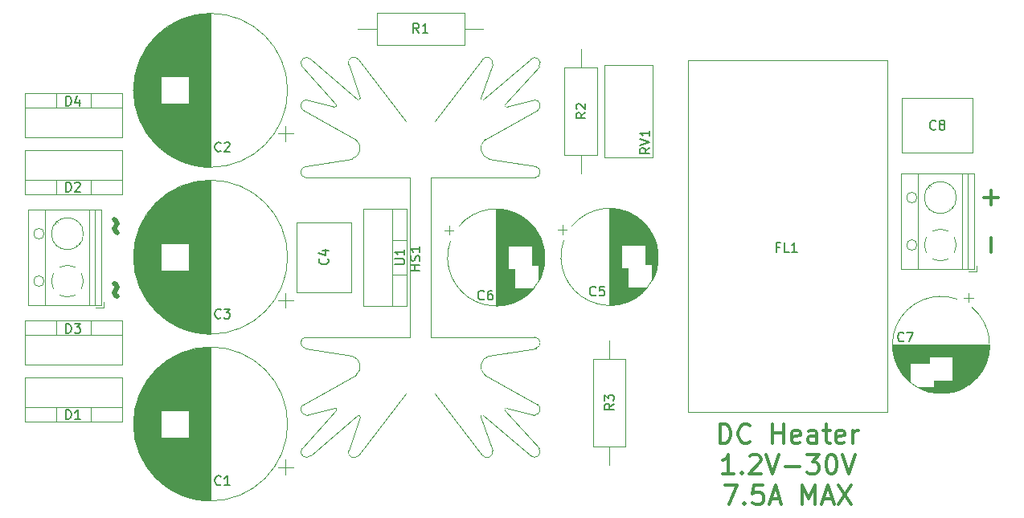
<source format=gbr>
%TF.GenerationSoftware,KiCad,Pcbnew,(6.0.0)*%
%TF.CreationDate,2022-07-19T20:58:04+01:00*%
%TF.ProjectId,M filament Heater,4d206669-6c61-46d6-956e-742048656174,rev?*%
%TF.SameCoordinates,Original*%
%TF.FileFunction,Legend,Top*%
%TF.FilePolarity,Positive*%
%FSLAX46Y46*%
G04 Gerber Fmt 4.6, Leading zero omitted, Abs format (unit mm)*
G04 Created by KiCad (PCBNEW (6.0.0)) date 2022-07-19 20:58:04*
%MOMM*%
%LPD*%
G01*
G04 APERTURE LIST*
%ADD10C,0.300000*%
%ADD11C,0.350000*%
%ADD12C,0.150000*%
%ADD13C,0.500000*%
%ADD14C,0.120000*%
G04 APERTURE END LIST*
D10*
X143257142Y-154009761D02*
X143257142Y-152009761D01*
X143733333Y-152009761D01*
X144019047Y-152105000D01*
X144209523Y-152295476D01*
X144304761Y-152485952D01*
X144400000Y-152866904D01*
X144400000Y-153152619D01*
X144304761Y-153533571D01*
X144209523Y-153724047D01*
X144019047Y-153914523D01*
X143733333Y-154009761D01*
X143257142Y-154009761D01*
X146400000Y-153819285D02*
X146304761Y-153914523D01*
X146019047Y-154009761D01*
X145828571Y-154009761D01*
X145542857Y-153914523D01*
X145352380Y-153724047D01*
X145257142Y-153533571D01*
X145161904Y-153152619D01*
X145161904Y-152866904D01*
X145257142Y-152485952D01*
X145352380Y-152295476D01*
X145542857Y-152105000D01*
X145828571Y-152009761D01*
X146019047Y-152009761D01*
X146304761Y-152105000D01*
X146400000Y-152200238D01*
X148780952Y-154009761D02*
X148780952Y-152009761D01*
X148780952Y-152962142D02*
X149923809Y-152962142D01*
X149923809Y-154009761D02*
X149923809Y-152009761D01*
X151638095Y-153914523D02*
X151447619Y-154009761D01*
X151066666Y-154009761D01*
X150876190Y-153914523D01*
X150780952Y-153724047D01*
X150780952Y-152962142D01*
X150876190Y-152771666D01*
X151066666Y-152676428D01*
X151447619Y-152676428D01*
X151638095Y-152771666D01*
X151733333Y-152962142D01*
X151733333Y-153152619D01*
X150780952Y-153343095D01*
X153447619Y-154009761D02*
X153447619Y-152962142D01*
X153352380Y-152771666D01*
X153161904Y-152676428D01*
X152780952Y-152676428D01*
X152590476Y-152771666D01*
X153447619Y-153914523D02*
X153257142Y-154009761D01*
X152780952Y-154009761D01*
X152590476Y-153914523D01*
X152495238Y-153724047D01*
X152495238Y-153533571D01*
X152590476Y-153343095D01*
X152780952Y-153247857D01*
X153257142Y-153247857D01*
X153447619Y-153152619D01*
X154114285Y-152676428D02*
X154876190Y-152676428D01*
X154400000Y-152009761D02*
X154400000Y-153724047D01*
X154495238Y-153914523D01*
X154685714Y-154009761D01*
X154876190Y-154009761D01*
X156304761Y-153914523D02*
X156114285Y-154009761D01*
X155733333Y-154009761D01*
X155542857Y-153914523D01*
X155447619Y-153724047D01*
X155447619Y-152962142D01*
X155542857Y-152771666D01*
X155733333Y-152676428D01*
X156114285Y-152676428D01*
X156304761Y-152771666D01*
X156400000Y-152962142D01*
X156400000Y-153152619D01*
X155447619Y-153343095D01*
X157257142Y-154009761D02*
X157257142Y-152676428D01*
X157257142Y-153057380D02*
X157352380Y-152866904D01*
X157447619Y-152771666D01*
X157638095Y-152676428D01*
X157828571Y-152676428D01*
X144685714Y-157229761D02*
X143542857Y-157229761D01*
X144114285Y-157229761D02*
X144114285Y-155229761D01*
X143923809Y-155515476D01*
X143733333Y-155705952D01*
X143542857Y-155801190D01*
X145542857Y-157039285D02*
X145638095Y-157134523D01*
X145542857Y-157229761D01*
X145447619Y-157134523D01*
X145542857Y-157039285D01*
X145542857Y-157229761D01*
X146400000Y-155420238D02*
X146495238Y-155325000D01*
X146685714Y-155229761D01*
X147161904Y-155229761D01*
X147352380Y-155325000D01*
X147447619Y-155420238D01*
X147542857Y-155610714D01*
X147542857Y-155801190D01*
X147447619Y-156086904D01*
X146304761Y-157229761D01*
X147542857Y-157229761D01*
X148114285Y-155229761D02*
X148780952Y-157229761D01*
X149447619Y-155229761D01*
X150114285Y-156467857D02*
X151638095Y-156467857D01*
X152400000Y-155229761D02*
X153638095Y-155229761D01*
X152971428Y-155991666D01*
X153257142Y-155991666D01*
X153447619Y-156086904D01*
X153542857Y-156182142D01*
X153638095Y-156372619D01*
X153638095Y-156848809D01*
X153542857Y-157039285D01*
X153447619Y-157134523D01*
X153257142Y-157229761D01*
X152685714Y-157229761D01*
X152495238Y-157134523D01*
X152400000Y-157039285D01*
X154876190Y-155229761D02*
X155066666Y-155229761D01*
X155257142Y-155325000D01*
X155352380Y-155420238D01*
X155447619Y-155610714D01*
X155542857Y-155991666D01*
X155542857Y-156467857D01*
X155447619Y-156848809D01*
X155352380Y-157039285D01*
X155257142Y-157134523D01*
X155066666Y-157229761D01*
X154876190Y-157229761D01*
X154685714Y-157134523D01*
X154590476Y-157039285D01*
X154495238Y-156848809D01*
X154400000Y-156467857D01*
X154400000Y-155991666D01*
X154495238Y-155610714D01*
X154590476Y-155420238D01*
X154685714Y-155325000D01*
X154876190Y-155229761D01*
X156114285Y-155229761D02*
X156780952Y-157229761D01*
X157447619Y-155229761D01*
X143733333Y-158449761D02*
X145066666Y-158449761D01*
X144209523Y-160449761D01*
X145828571Y-160259285D02*
X145923809Y-160354523D01*
X145828571Y-160449761D01*
X145733333Y-160354523D01*
X145828571Y-160259285D01*
X145828571Y-160449761D01*
X147733333Y-158449761D02*
X146780952Y-158449761D01*
X146685714Y-159402142D01*
X146780952Y-159306904D01*
X146971428Y-159211666D01*
X147447619Y-159211666D01*
X147638095Y-159306904D01*
X147733333Y-159402142D01*
X147828571Y-159592619D01*
X147828571Y-160068809D01*
X147733333Y-160259285D01*
X147638095Y-160354523D01*
X147447619Y-160449761D01*
X146971428Y-160449761D01*
X146780952Y-160354523D01*
X146685714Y-160259285D01*
X148590476Y-159878333D02*
X149542857Y-159878333D01*
X148400000Y-160449761D02*
X149066666Y-158449761D01*
X149733333Y-160449761D01*
X151923809Y-160449761D02*
X151923809Y-158449761D01*
X152590476Y-159878333D01*
X153257142Y-158449761D01*
X153257142Y-160449761D01*
X154114285Y-159878333D02*
X155066666Y-159878333D01*
X153923809Y-160449761D02*
X154590476Y-158449761D01*
X155257142Y-160449761D01*
X155733333Y-158449761D02*
X157066666Y-160449761D01*
X157066666Y-158449761D02*
X155733333Y-160449761D01*
D11*
X171767857Y-128911904D02*
X171767857Y-127388095D01*
X172529761Y-128150000D02*
X171005952Y-128150000D01*
X171767857Y-133861904D02*
X171767857Y-132338095D01*
D12*
%TO.C,C8*%
X165958333Y-120882142D02*
X165910714Y-120929761D01*
X165767857Y-120977380D01*
X165672619Y-120977380D01*
X165529761Y-120929761D01*
X165434523Y-120834523D01*
X165386904Y-120739285D01*
X165339285Y-120548809D01*
X165339285Y-120405952D01*
X165386904Y-120215476D01*
X165434523Y-120120238D01*
X165529761Y-120025000D01*
X165672619Y-119977380D01*
X165767857Y-119977380D01*
X165910714Y-120025000D01*
X165958333Y-120072619D01*
X166529761Y-120405952D02*
X166434523Y-120358333D01*
X166386904Y-120310714D01*
X166339285Y-120215476D01*
X166339285Y-120167857D01*
X166386904Y-120072619D01*
X166434523Y-120025000D01*
X166529761Y-119977380D01*
X166720238Y-119977380D01*
X166815476Y-120025000D01*
X166863095Y-120072619D01*
X166910714Y-120167857D01*
X166910714Y-120215476D01*
X166863095Y-120310714D01*
X166815476Y-120358333D01*
X166720238Y-120405952D01*
X166529761Y-120405952D01*
X166434523Y-120453571D01*
X166386904Y-120501190D01*
X166339285Y-120596428D01*
X166339285Y-120786904D01*
X166386904Y-120882142D01*
X166434523Y-120929761D01*
X166529761Y-120977380D01*
X166720238Y-120977380D01*
X166815476Y-120929761D01*
X166863095Y-120882142D01*
X166910714Y-120786904D01*
X166910714Y-120596428D01*
X166863095Y-120501190D01*
X166815476Y-120453571D01*
X166720238Y-120405952D01*
%TO.C,C6*%
X118383333Y-138807142D02*
X118335714Y-138854761D01*
X118192857Y-138902380D01*
X118097619Y-138902380D01*
X117954761Y-138854761D01*
X117859523Y-138759523D01*
X117811904Y-138664285D01*
X117764285Y-138473809D01*
X117764285Y-138330952D01*
X117811904Y-138140476D01*
X117859523Y-138045238D01*
X117954761Y-137950000D01*
X118097619Y-137902380D01*
X118192857Y-137902380D01*
X118335714Y-137950000D01*
X118383333Y-137997619D01*
X119240476Y-137902380D02*
X119050000Y-137902380D01*
X118954761Y-137950000D01*
X118907142Y-137997619D01*
X118811904Y-138140476D01*
X118764285Y-138330952D01*
X118764285Y-138711904D01*
X118811904Y-138807142D01*
X118859523Y-138854761D01*
X118954761Y-138902380D01*
X119145238Y-138902380D01*
X119240476Y-138854761D01*
X119288095Y-138807142D01*
X119335714Y-138711904D01*
X119335714Y-138473809D01*
X119288095Y-138378571D01*
X119240476Y-138330952D01*
X119145238Y-138283333D01*
X118954761Y-138283333D01*
X118859523Y-138330952D01*
X118811904Y-138378571D01*
X118764285Y-138473809D01*
%TO.C,C1*%
X90658333Y-158357142D02*
X90610714Y-158404761D01*
X90467857Y-158452380D01*
X90372619Y-158452380D01*
X90229761Y-158404761D01*
X90134523Y-158309523D01*
X90086904Y-158214285D01*
X90039285Y-158023809D01*
X90039285Y-157880952D01*
X90086904Y-157690476D01*
X90134523Y-157595238D01*
X90229761Y-157500000D01*
X90372619Y-157452380D01*
X90467857Y-157452380D01*
X90610714Y-157500000D01*
X90658333Y-157547619D01*
X91610714Y-158452380D02*
X91039285Y-158452380D01*
X91325000Y-158452380D02*
X91325000Y-157452380D01*
X91229761Y-157595238D01*
X91134523Y-157690476D01*
X91039285Y-157738095D01*
%TO.C,D4*%
X74336904Y-118427380D02*
X74336904Y-117427380D01*
X74575000Y-117427380D01*
X74717857Y-117475000D01*
X74813095Y-117570238D01*
X74860714Y-117665476D01*
X74908333Y-117855952D01*
X74908333Y-117998809D01*
X74860714Y-118189285D01*
X74813095Y-118284523D01*
X74717857Y-118379761D01*
X74575000Y-118427380D01*
X74336904Y-118427380D01*
X75765476Y-117760714D02*
X75765476Y-118427380D01*
X75527380Y-117379761D02*
X75289285Y-118094047D01*
X75908333Y-118094047D01*
%TO.C,C2*%
X90658333Y-123182142D02*
X90610714Y-123229761D01*
X90467857Y-123277380D01*
X90372619Y-123277380D01*
X90229761Y-123229761D01*
X90134523Y-123134523D01*
X90086904Y-123039285D01*
X90039285Y-122848809D01*
X90039285Y-122705952D01*
X90086904Y-122515476D01*
X90134523Y-122420238D01*
X90229761Y-122325000D01*
X90372619Y-122277380D01*
X90467857Y-122277380D01*
X90610714Y-122325000D01*
X90658333Y-122372619D01*
X91039285Y-122372619D02*
X91086904Y-122325000D01*
X91182142Y-122277380D01*
X91420238Y-122277380D01*
X91515476Y-122325000D01*
X91563095Y-122372619D01*
X91610714Y-122467857D01*
X91610714Y-122563095D01*
X91563095Y-122705952D01*
X90991666Y-123277380D01*
X91610714Y-123277380D01*
%TO.C,D2*%
X74336904Y-127502380D02*
X74336904Y-126502380D01*
X74575000Y-126502380D01*
X74717857Y-126550000D01*
X74813095Y-126645238D01*
X74860714Y-126740476D01*
X74908333Y-126930952D01*
X74908333Y-127073809D01*
X74860714Y-127264285D01*
X74813095Y-127359523D01*
X74717857Y-127454761D01*
X74575000Y-127502380D01*
X74336904Y-127502380D01*
X75289285Y-126597619D02*
X75336904Y-126550000D01*
X75432142Y-126502380D01*
X75670238Y-126502380D01*
X75765476Y-126550000D01*
X75813095Y-126597619D01*
X75860714Y-126692857D01*
X75860714Y-126788095D01*
X75813095Y-126930952D01*
X75241666Y-127502380D01*
X75860714Y-127502380D01*
%TO.C,R3*%
X132077380Y-149866666D02*
X131601190Y-150200000D01*
X132077380Y-150438095D02*
X131077380Y-150438095D01*
X131077380Y-150057142D01*
X131125000Y-149961904D01*
X131172619Y-149914285D01*
X131267857Y-149866666D01*
X131410714Y-149866666D01*
X131505952Y-149914285D01*
X131553571Y-149961904D01*
X131601190Y-150057142D01*
X131601190Y-150438095D01*
X131077380Y-149533333D02*
X131077380Y-148914285D01*
X131458333Y-149247619D01*
X131458333Y-149104761D01*
X131505952Y-149009523D01*
X131553571Y-148961904D01*
X131648809Y-148914285D01*
X131886904Y-148914285D01*
X131982142Y-148961904D01*
X132029761Y-149009523D01*
X132077380Y-149104761D01*
X132077380Y-149390476D01*
X132029761Y-149485714D01*
X131982142Y-149533333D01*
%TO.C,R2*%
X129064865Y-119166666D02*
X128588675Y-119500000D01*
X129064865Y-119738095D02*
X128064865Y-119738095D01*
X128064865Y-119357142D01*
X128112485Y-119261904D01*
X128160104Y-119214285D01*
X128255342Y-119166666D01*
X128398199Y-119166666D01*
X128493437Y-119214285D01*
X128541056Y-119261904D01*
X128588675Y-119357142D01*
X128588675Y-119738095D01*
X128160104Y-118785714D02*
X128112485Y-118738095D01*
X128064865Y-118642857D01*
X128064865Y-118404761D01*
X128112485Y-118309523D01*
X128160104Y-118261904D01*
X128255342Y-118214285D01*
X128350580Y-118214285D01*
X128493437Y-118261904D01*
X129064865Y-118833333D01*
X129064865Y-118214285D01*
%TO.C,U1*%
X109002380Y-135161904D02*
X109811904Y-135161904D01*
X109907142Y-135114285D01*
X109954761Y-135066666D01*
X110002380Y-134971428D01*
X110002380Y-134780952D01*
X109954761Y-134685714D01*
X109907142Y-134638095D01*
X109811904Y-134590476D01*
X109002380Y-134590476D01*
X110002380Y-133590476D02*
X110002380Y-134161904D01*
X110002380Y-133876190D02*
X109002380Y-133876190D01*
X109145238Y-133971428D01*
X109240476Y-134066666D01*
X109288095Y-134161904D01*
%TO.C,D3*%
X74336904Y-142412380D02*
X74336904Y-141412380D01*
X74575000Y-141412380D01*
X74717857Y-141460000D01*
X74813095Y-141555238D01*
X74860714Y-141650476D01*
X74908333Y-141840952D01*
X74908333Y-141983809D01*
X74860714Y-142174285D01*
X74813095Y-142269523D01*
X74717857Y-142364761D01*
X74575000Y-142412380D01*
X74336904Y-142412380D01*
X75241666Y-141412380D02*
X75860714Y-141412380D01*
X75527380Y-141793333D01*
X75670238Y-141793333D01*
X75765476Y-141840952D01*
X75813095Y-141888571D01*
X75860714Y-141983809D01*
X75860714Y-142221904D01*
X75813095Y-142317142D01*
X75765476Y-142364761D01*
X75670238Y-142412380D01*
X75384523Y-142412380D01*
X75289285Y-142364761D01*
X75241666Y-142317142D01*
%TO.C,D1*%
X74336904Y-151487380D02*
X74336904Y-150487380D01*
X74575000Y-150487380D01*
X74717857Y-150535000D01*
X74813095Y-150630238D01*
X74860714Y-150725476D01*
X74908333Y-150915952D01*
X74908333Y-151058809D01*
X74860714Y-151249285D01*
X74813095Y-151344523D01*
X74717857Y-151439761D01*
X74575000Y-151487380D01*
X74336904Y-151487380D01*
X75860714Y-151487380D02*
X75289285Y-151487380D01*
X75575000Y-151487380D02*
X75575000Y-150487380D01*
X75479761Y-150630238D01*
X75384523Y-150725476D01*
X75289285Y-150773095D01*
%TO.C,HS1*%
X111627380Y-135788095D02*
X110627380Y-135788095D01*
X111103571Y-135788095D02*
X111103571Y-135216666D01*
X111627380Y-135216666D02*
X110627380Y-135216666D01*
X111579761Y-134788095D02*
X111627380Y-134645238D01*
X111627380Y-134407142D01*
X111579761Y-134311904D01*
X111532142Y-134264285D01*
X111436904Y-134216666D01*
X111341666Y-134216666D01*
X111246428Y-134264285D01*
X111198809Y-134311904D01*
X111151190Y-134407142D01*
X111103571Y-134597619D01*
X111055952Y-134692857D01*
X111008333Y-134740476D01*
X110913095Y-134788095D01*
X110817857Y-134788095D01*
X110722619Y-134740476D01*
X110675000Y-134692857D01*
X110627380Y-134597619D01*
X110627380Y-134359523D01*
X110675000Y-134216666D01*
X111627380Y-133264285D02*
X111627380Y-133835714D01*
X111627380Y-133550000D02*
X110627380Y-133550000D01*
X110770238Y-133645238D01*
X110865476Y-133740476D01*
X110913095Y-133835714D01*
%TO.C,RV1*%
X135827380Y-122870238D02*
X135351190Y-123203571D01*
X135827380Y-123441666D02*
X134827380Y-123441666D01*
X134827380Y-123060714D01*
X134875000Y-122965476D01*
X134922619Y-122917857D01*
X135017857Y-122870238D01*
X135160714Y-122870238D01*
X135255952Y-122917857D01*
X135303571Y-122965476D01*
X135351190Y-123060714D01*
X135351190Y-123441666D01*
X134827380Y-122584523D02*
X135827380Y-122251190D01*
X134827380Y-121917857D01*
X135827380Y-121060714D02*
X135827380Y-121632142D01*
X135827380Y-121346428D02*
X134827380Y-121346428D01*
X134970238Y-121441666D01*
X135065476Y-121536904D01*
X135113095Y-121632142D01*
%TO.C,C3*%
X90658333Y-140769642D02*
X90610714Y-140817261D01*
X90467857Y-140864880D01*
X90372619Y-140864880D01*
X90229761Y-140817261D01*
X90134523Y-140722023D01*
X90086904Y-140626785D01*
X90039285Y-140436309D01*
X90039285Y-140293452D01*
X90086904Y-140102976D01*
X90134523Y-140007738D01*
X90229761Y-139912500D01*
X90372619Y-139864880D01*
X90467857Y-139864880D01*
X90610714Y-139912500D01*
X90658333Y-139960119D01*
X90991666Y-139864880D02*
X91610714Y-139864880D01*
X91277380Y-140245833D01*
X91420238Y-140245833D01*
X91515476Y-140293452D01*
X91563095Y-140341071D01*
X91610714Y-140436309D01*
X91610714Y-140674404D01*
X91563095Y-140769642D01*
X91515476Y-140817261D01*
X91420238Y-140864880D01*
X91134523Y-140864880D01*
X91039285Y-140817261D01*
X90991666Y-140769642D01*
%TO.C,FL1*%
X149501904Y-133336071D02*
X149168571Y-133336071D01*
X149168571Y-133859880D02*
X149168571Y-132859880D01*
X149644761Y-132859880D01*
X150501904Y-133859880D02*
X150025714Y-133859880D01*
X150025714Y-132859880D01*
X151359047Y-133859880D02*
X150787619Y-133859880D01*
X151073333Y-133859880D02*
X151073333Y-132859880D01*
X150978095Y-133002738D01*
X150882857Y-133097976D01*
X150787619Y-133145595D01*
%TO.C,C5*%
X130158333Y-138382142D02*
X130110714Y-138429761D01*
X129967857Y-138477380D01*
X129872619Y-138477380D01*
X129729761Y-138429761D01*
X129634523Y-138334523D01*
X129586904Y-138239285D01*
X129539285Y-138048809D01*
X129539285Y-137905952D01*
X129586904Y-137715476D01*
X129634523Y-137620238D01*
X129729761Y-137525000D01*
X129872619Y-137477380D01*
X129967857Y-137477380D01*
X130110714Y-137525000D01*
X130158333Y-137572619D01*
X131063095Y-137477380D02*
X130586904Y-137477380D01*
X130539285Y-137953571D01*
X130586904Y-137905952D01*
X130682142Y-137858333D01*
X130920238Y-137858333D01*
X131015476Y-137905952D01*
X131063095Y-137953571D01*
X131110714Y-138048809D01*
X131110714Y-138286904D01*
X131063095Y-138382142D01*
X131015476Y-138429761D01*
X130920238Y-138477380D01*
X130682142Y-138477380D01*
X130586904Y-138429761D01*
X130539285Y-138382142D01*
%TO.C,C4*%
X101907142Y-134566666D02*
X101954761Y-134614285D01*
X102002380Y-134757142D01*
X102002380Y-134852380D01*
X101954761Y-134995238D01*
X101859523Y-135090476D01*
X101764285Y-135138095D01*
X101573809Y-135185714D01*
X101430952Y-135185714D01*
X101240476Y-135138095D01*
X101145238Y-135090476D01*
X101050000Y-134995238D01*
X101002380Y-134852380D01*
X101002380Y-134757142D01*
X101050000Y-134614285D01*
X101097619Y-134566666D01*
X101335714Y-133709523D02*
X102002380Y-133709523D01*
X100954761Y-133947619D02*
X101669047Y-134185714D01*
X101669047Y-133566666D01*
%TO.C,C7*%
X162608333Y-143207142D02*
X162560714Y-143254761D01*
X162417857Y-143302380D01*
X162322619Y-143302380D01*
X162179761Y-143254761D01*
X162084523Y-143159523D01*
X162036904Y-143064285D01*
X161989285Y-142873809D01*
X161989285Y-142730952D01*
X162036904Y-142540476D01*
X162084523Y-142445238D01*
X162179761Y-142350000D01*
X162322619Y-142302380D01*
X162417857Y-142302380D01*
X162560714Y-142350000D01*
X162608333Y-142397619D01*
X162941666Y-142302380D02*
X163608333Y-142302380D01*
X163179761Y-143302380D01*
D13*
%TO.C,~  ~*%
X79739285Y-138567857D02*
X79596428Y-138425000D01*
X79453571Y-138139285D01*
X79739285Y-137567857D01*
X79596428Y-137282142D01*
X79453571Y-137139285D01*
X79739285Y-131853571D02*
X79596428Y-131710714D01*
X79453571Y-131425000D01*
X79739285Y-130853571D01*
X79596428Y-130567857D01*
X79453571Y-130425000D01*
D12*
%TO.C,R1*%
X111528333Y-110752380D02*
X111195000Y-110276190D01*
X110956904Y-110752380D02*
X110956904Y-109752380D01*
X111337857Y-109752380D01*
X111433095Y-109800000D01*
X111480714Y-109847619D01*
X111528333Y-109942857D01*
X111528333Y-110085714D01*
X111480714Y-110180952D01*
X111433095Y-110228571D01*
X111337857Y-110276190D01*
X110956904Y-110276190D01*
X112480714Y-110752380D02*
X111909285Y-110752380D01*
X112195000Y-110752380D02*
X112195000Y-109752380D01*
X112099761Y-109895238D01*
X112004523Y-109990476D01*
X111909285Y-110038095D01*
D14*
%TO.C,C8*%
X162405000Y-117652500D02*
X162405000Y-123392500D01*
X169845000Y-117652500D02*
X169845000Y-123392500D01*
X162405000Y-123392500D02*
X169845000Y-123392500D01*
X162405000Y-117652500D02*
X169845000Y-117652500D01*
%TO.C,C6*%
X121348323Y-129633000D02*
X121348323Y-133189000D01*
X124388323Y-132486000D02*
X124388323Y-136374000D01*
X124508323Y-132800000D02*
X124508323Y-136060000D01*
X123468323Y-137670000D02*
X123468323Y-137822000D01*
X124148323Y-131991000D02*
X124148323Y-136869000D01*
X124068323Y-131851000D02*
X124068323Y-135190000D01*
X122548323Y-130236000D02*
X122548323Y-133189000D01*
X122388323Y-137670000D02*
X122388323Y-138728000D01*
X121228323Y-129593000D02*
X121228323Y-133189000D01*
X122908323Y-137670000D02*
X122908323Y-138355000D01*
X121028323Y-135671000D02*
X121028323Y-139327000D01*
X122588323Y-130264000D02*
X122588323Y-133189000D01*
X122788323Y-137670000D02*
X122788323Y-138450000D01*
X123628323Y-131224000D02*
X123628323Y-135190000D01*
X121268323Y-129606000D02*
X121268323Y-133189000D01*
X124588323Y-133052000D02*
X124588323Y-135808000D01*
X122628323Y-130292000D02*
X122628323Y-133189000D01*
X123588323Y-131176000D02*
X123588323Y-135190000D01*
X124748323Y-133831000D02*
X124748323Y-135029000D01*
X120628323Y-129440000D02*
X120628323Y-139420000D01*
X121108323Y-135671000D02*
X121108323Y-139304000D01*
X123588323Y-137670000D02*
X123588323Y-137684000D01*
X122068323Y-129947000D02*
X122068323Y-133189000D01*
X120067323Y-129365000D02*
X120067323Y-139495000D01*
X122228323Y-130035000D02*
X122228323Y-133189000D01*
X121188323Y-135671000D02*
X121188323Y-139280000D01*
X120988323Y-129523000D02*
X120988323Y-133189000D01*
X123188323Y-130751000D02*
X123188323Y-133189000D01*
X122668323Y-137670000D02*
X122668323Y-138540000D01*
X120468323Y-129412000D02*
X120468323Y-139448000D01*
X123148323Y-137670000D02*
X123148323Y-138146000D01*
X122028323Y-137670000D02*
X122028323Y-138934000D01*
X122308323Y-137670000D02*
X122308323Y-138777000D01*
X122748323Y-137670000D02*
X122748323Y-138480000D01*
X121068323Y-129545000D02*
X121068323Y-133189000D01*
X124228323Y-132141000D02*
X124228323Y-136719000D01*
X121748323Y-129791000D02*
X121748323Y-133189000D01*
X121548323Y-135671000D02*
X121548323Y-139153000D01*
X121988323Y-129905000D02*
X121988323Y-133189000D01*
X123268323Y-137670000D02*
X123268323Y-138031000D01*
X123348323Y-137670000D02*
X123348323Y-137950000D01*
X120908323Y-129502000D02*
X120908323Y-139358000D01*
X122508323Y-137670000D02*
X122508323Y-138651000D01*
X122868323Y-130473000D02*
X122868323Y-133189000D01*
X120347323Y-129395000D02*
X120347323Y-139465000D01*
X124708323Y-133568000D02*
X124708323Y-135292000D01*
X120307323Y-129390000D02*
X120307323Y-139470000D01*
X121308323Y-129619000D02*
X121308323Y-133189000D01*
X121828323Y-129827000D02*
X121828323Y-133189000D01*
X119987323Y-129360000D02*
X119987323Y-139500000D01*
X122428323Y-130157000D02*
X122428323Y-133189000D01*
X123388323Y-130952000D02*
X123388323Y-133189000D01*
X122028323Y-129926000D02*
X122028323Y-133189000D01*
X121388323Y-129647000D02*
X121388323Y-133189000D01*
X122268323Y-137670000D02*
X122268323Y-138801000D01*
X121708323Y-129773000D02*
X121708323Y-133189000D01*
X123228323Y-130790000D02*
X123228323Y-133189000D01*
X122748323Y-130380000D02*
X122748323Y-133189000D01*
X122468323Y-130183000D02*
X122468323Y-133189000D01*
X122108323Y-137670000D02*
X122108323Y-138892000D01*
X123308323Y-130869000D02*
X123308323Y-133189000D01*
X121028323Y-129533000D02*
X121028323Y-133189000D01*
X122068323Y-137670000D02*
X122068323Y-138913000D01*
X123068323Y-130641000D02*
X123068323Y-133189000D01*
X122628323Y-137670000D02*
X122628323Y-138568000D01*
X123308323Y-137670000D02*
X123308323Y-137991000D01*
X120147323Y-129372000D02*
X120147323Y-139488000D01*
X119827323Y-129352000D02*
X119827323Y-139508000D01*
X119907323Y-129355000D02*
X119907323Y-139505000D01*
X123668323Y-131274000D02*
X123668323Y-135190000D01*
X119747323Y-129350000D02*
X119747323Y-139510000D01*
X123068323Y-137670000D02*
X123068323Y-138219000D01*
X121828323Y-137670000D02*
X121828323Y-139033000D01*
X120668323Y-129448000D02*
X120668323Y-139412000D01*
X122468323Y-137670000D02*
X122468323Y-138677000D01*
X122148323Y-129990000D02*
X122148323Y-133189000D01*
X121948323Y-129885000D02*
X121948323Y-133189000D01*
X123708323Y-131324000D02*
X123708323Y-135190000D01*
X120868323Y-129492000D02*
X120868323Y-139368000D01*
X122108323Y-129968000D02*
X122108323Y-133189000D01*
X121108323Y-129556000D02*
X121108323Y-133189000D01*
X119667323Y-129350000D02*
X119667323Y-139510000D01*
X124028323Y-131785000D02*
X124028323Y-135190000D01*
X123548323Y-131129000D02*
X123548323Y-135190000D01*
X124268323Y-132221000D02*
X124268323Y-136639000D01*
X123268323Y-130829000D02*
X123268323Y-133189000D01*
X120708323Y-129456000D02*
X120708323Y-139404000D01*
X119787323Y-129351000D02*
X119787323Y-139509000D01*
X120267323Y-129385000D02*
X120267323Y-139475000D01*
X119707323Y-129350000D02*
X119707323Y-139510000D01*
X114687677Y-131055000D02*
X114687677Y-132055000D01*
X122228323Y-137670000D02*
X122228323Y-138825000D01*
X120588323Y-129433000D02*
X120588323Y-139427000D01*
X122828323Y-130441000D02*
X122828323Y-133189000D01*
X123348323Y-130910000D02*
X123348323Y-133189000D01*
X123548323Y-137670000D02*
X123548323Y-137731000D01*
X123108323Y-130677000D02*
X123108323Y-133189000D01*
X121868323Y-137670000D02*
X121868323Y-139014000D01*
X121548323Y-129707000D02*
X121548323Y-133189000D01*
X121148323Y-129568000D02*
X121148323Y-133189000D01*
X121588323Y-129723000D02*
X121588323Y-133189000D01*
X123188323Y-137670000D02*
X123188323Y-138109000D01*
X121708323Y-137670000D02*
X121708323Y-139087000D01*
X122908323Y-130505000D02*
X122908323Y-133189000D01*
X121428323Y-135671000D02*
X121428323Y-139198000D01*
X121988323Y-137670000D02*
X121988323Y-138955000D01*
X122508323Y-130209000D02*
X122508323Y-133189000D01*
X124108323Y-131920000D02*
X124108323Y-136940000D01*
X123108323Y-137670000D02*
X123108323Y-138183000D01*
X122668323Y-130320000D02*
X122668323Y-133189000D01*
X124428323Y-132584000D02*
X124428323Y-136276000D01*
X124348323Y-132393000D02*
X124348323Y-136467000D01*
X121588323Y-135671000D02*
X121588323Y-139137000D01*
X122588323Y-137670000D02*
X122588323Y-138596000D01*
X124188323Y-132065000D02*
X124188323Y-136795000D01*
X121668323Y-129756000D02*
X121668323Y-133189000D01*
X121468323Y-129676000D02*
X121468323Y-133189000D01*
X122788323Y-130410000D02*
X122788323Y-133189000D01*
X121188323Y-129580000D02*
X121188323Y-133189000D01*
X123388323Y-137670000D02*
X123388323Y-137908000D01*
X121508323Y-135671000D02*
X121508323Y-139168000D01*
X121948323Y-137670000D02*
X121948323Y-138975000D01*
X121068323Y-135671000D02*
X121068323Y-139315000D01*
X122868323Y-137670000D02*
X122868323Y-138387000D01*
X121788323Y-137670000D02*
X121788323Y-139051000D01*
X124468323Y-132688000D02*
X124468323Y-136172000D01*
X122708323Y-130350000D02*
X122708323Y-133189000D01*
X122148323Y-137670000D02*
X122148323Y-138870000D01*
X120508323Y-129419000D02*
X120508323Y-139441000D01*
X122268323Y-130059000D02*
X122268323Y-133189000D01*
X123228323Y-137670000D02*
X123228323Y-138070000D01*
X122428323Y-137670000D02*
X122428323Y-138703000D01*
X120227323Y-129380000D02*
X120227323Y-139480000D01*
X121628323Y-137670000D02*
X121628323Y-139120000D01*
X120428323Y-129406000D02*
X120428323Y-139454000D01*
X121228323Y-135671000D02*
X121228323Y-139267000D01*
X121428323Y-129662000D02*
X121428323Y-133189000D01*
X122548323Y-137670000D02*
X122548323Y-138624000D01*
X121788323Y-129809000D02*
X121788323Y-133189000D01*
X121468323Y-135671000D02*
X121468323Y-139184000D01*
X123788323Y-131430000D02*
X123788323Y-135190000D01*
X122308323Y-130083000D02*
X122308323Y-133189000D01*
X123028323Y-137670000D02*
X123028323Y-138254000D01*
X121868323Y-129846000D02*
X121868323Y-133189000D01*
X120948323Y-129512000D02*
X120948323Y-133189000D01*
X121628323Y-129740000D02*
X121628323Y-133189000D01*
X123468323Y-131038000D02*
X123468323Y-135190000D01*
X119947323Y-129357000D02*
X119947323Y-139503000D01*
X120988323Y-135671000D02*
X120988323Y-139337000D01*
X122828323Y-137670000D02*
X122828323Y-138419000D01*
X122708323Y-137670000D02*
X122708323Y-138510000D01*
X122348323Y-130107000D02*
X122348323Y-133189000D01*
X123828323Y-131485000D02*
X123828323Y-135190000D01*
X120948323Y-135671000D02*
X120948323Y-139348000D01*
X120027323Y-129362000D02*
X120027323Y-139498000D01*
X121748323Y-137670000D02*
X121748323Y-139069000D01*
X114187677Y-131555000D02*
X115187677Y-131555000D01*
X120388323Y-129400000D02*
X120388323Y-139460000D01*
X124308323Y-132305000D02*
X124308323Y-136555000D01*
X122388323Y-130132000D02*
X122388323Y-133189000D01*
X121908323Y-129866000D02*
X121908323Y-133189000D01*
X120788323Y-129474000D02*
X120788323Y-139386000D01*
X120187323Y-129376000D02*
X120187323Y-139484000D01*
X121508323Y-129692000D02*
X121508323Y-133189000D01*
X120107323Y-129368000D02*
X120107323Y-139492000D01*
X121348323Y-135671000D02*
X121348323Y-139227000D01*
X123428323Y-137670000D02*
X123428323Y-137866000D01*
X122188323Y-130013000D02*
X122188323Y-133189000D01*
X123988323Y-131721000D02*
X123988323Y-135190000D01*
X120748323Y-129465000D02*
X120748323Y-139395000D01*
X121308323Y-135671000D02*
X121308323Y-139241000D01*
X120828323Y-129483000D02*
X120828323Y-139377000D01*
X123508323Y-137670000D02*
X123508323Y-137777000D01*
X121668323Y-137670000D02*
X121668323Y-139104000D01*
X123508323Y-131083000D02*
X123508323Y-135190000D01*
X123028323Y-130606000D02*
X123028323Y-133189000D01*
X122948323Y-137670000D02*
X122948323Y-138322000D01*
X122948323Y-130538000D02*
X122948323Y-133189000D01*
X124628323Y-133200000D02*
X124628323Y-135660000D01*
X120548323Y-129426000D02*
X120548323Y-139434000D01*
X124668323Y-133368000D02*
X124668323Y-135492000D01*
X123428323Y-130994000D02*
X123428323Y-135190000D01*
X121908323Y-137670000D02*
X121908323Y-138994000D01*
X123748323Y-131376000D02*
X123748323Y-135190000D01*
X121148323Y-135671000D02*
X121148323Y-139292000D01*
X122348323Y-137670000D02*
X122348323Y-138753000D01*
X121268323Y-135671000D02*
X121268323Y-139254000D01*
X119867323Y-129353000D02*
X119867323Y-139507000D01*
X122188323Y-137670000D02*
X122188323Y-138847000D01*
X123948323Y-131660000D02*
X123948323Y-135190000D01*
X122988323Y-130572000D02*
X122988323Y-133189000D01*
X122988323Y-137670000D02*
X122988323Y-138288000D01*
X121388323Y-135671000D02*
X121388323Y-139213000D01*
X124548323Y-132920000D02*
X124548323Y-135940000D01*
X123868323Y-131541000D02*
X123868323Y-135190000D01*
X123908323Y-131600000D02*
X123908323Y-135190000D01*
X123148323Y-130714000D02*
X123148323Y-133189000D01*
X114842420Y-132716902D02*
G75*
G03*
X115719311Y-131170000I4824904J-1713097D01*
G01*
%TO.C,C1*%
X81494000Y-152752500D02*
X81494000Y-151222500D01*
X82414000Y-155777500D02*
X82414000Y-148197500D01*
X89375000Y-160065500D02*
X89375000Y-143909500D01*
X87334000Y-159752500D02*
X87334000Y-144222500D01*
X85134000Y-150547500D02*
X85134000Y-145228500D01*
X86934000Y-159626500D02*
X86934000Y-153427500D01*
X83334000Y-157143500D02*
X83334000Y-146831500D01*
X81574000Y-153338500D02*
X81574000Y-150636500D01*
X85214000Y-158798500D02*
X85214000Y-153427500D01*
X84174000Y-158012500D02*
X84174000Y-145962500D01*
X88534000Y-160001500D02*
X88534000Y-143973500D01*
X85534000Y-150547500D02*
X85534000Y-144983500D01*
X86534000Y-159477500D02*
X86534000Y-153427500D01*
X86654000Y-159524500D02*
X86654000Y-153427500D01*
X86774000Y-159569500D02*
X86774000Y-153427500D01*
X85294000Y-158848500D02*
X85294000Y-153427500D01*
X86014000Y-150547500D02*
X86014000Y-144729500D01*
X87254000Y-150547500D02*
X87254000Y-144245500D01*
X87974000Y-159908500D02*
X87974000Y-144066500D01*
X85414000Y-150547500D02*
X85414000Y-145053500D01*
X89215000Y-160060500D02*
X89215000Y-143914500D01*
X81614000Y-153551500D02*
X81614000Y-150423500D01*
X83254000Y-157046500D02*
X83254000Y-146928500D01*
X88334000Y-159972500D02*
X88334000Y-144002500D01*
X84454000Y-158250500D02*
X84454000Y-153427500D01*
X85294000Y-150547500D02*
X85294000Y-145126500D01*
X87574000Y-159817500D02*
X87574000Y-144157500D01*
X81654000Y-153739500D02*
X81654000Y-150235500D01*
X87734000Y-159856500D02*
X87734000Y-144118500D01*
X83654000Y-157505500D02*
X83654000Y-146469500D01*
X86614000Y-159509500D02*
X86614000Y-153427500D01*
X88374000Y-159978500D02*
X88374000Y-143996500D01*
X87454000Y-159786500D02*
X87454000Y-144188500D01*
X82374000Y-155702500D02*
X82374000Y-148272500D01*
X83414000Y-157238500D02*
X83414000Y-146736500D01*
X86294000Y-159376500D02*
X86294000Y-153427500D01*
X81854000Y-154465500D02*
X81854000Y-149509500D01*
X86854000Y-150547500D02*
X86854000Y-144376500D01*
X86734000Y-150547500D02*
X86734000Y-144419500D01*
X86214000Y-150547500D02*
X86214000Y-144634500D01*
X83094000Y-156841500D02*
X83094000Y-147133500D01*
X87494000Y-159797500D02*
X87494000Y-144177500D01*
X86814000Y-150547500D02*
X86814000Y-144390500D01*
X87814000Y-159874500D02*
X87814000Y-144100500D01*
X86134000Y-159303500D02*
X86134000Y-153427500D01*
X83934000Y-157789500D02*
X83934000Y-146185500D01*
X85494000Y-150547500D02*
X85494000Y-145006500D01*
X84134000Y-157976500D02*
X84134000Y-145998500D01*
X83974000Y-157827500D02*
X83974000Y-146147500D01*
X84814000Y-158526500D02*
X84814000Y-153427500D01*
X84254000Y-158082500D02*
X84254000Y-145892500D01*
X88454000Y-159990500D02*
X88454000Y-143984500D01*
X83454000Y-157284500D02*
X83454000Y-146690500D01*
X89335000Y-160064500D02*
X89335000Y-143910500D01*
X82694000Y-156260500D02*
X82694000Y-147714500D01*
X86454000Y-159444500D02*
X86454000Y-153427500D01*
X84774000Y-158497500D02*
X84774000Y-153427500D01*
X82654000Y-156196500D02*
X82654000Y-147778500D01*
X87774000Y-159865500D02*
X87774000Y-144109500D01*
X86374000Y-159410500D02*
X86374000Y-153427500D01*
X88094000Y-159931500D02*
X88094000Y-144043500D01*
X88654000Y-160015500D02*
X88654000Y-143959500D01*
X86214000Y-159340500D02*
X86214000Y-153427500D01*
X84854000Y-158555500D02*
X84854000Y-153427500D01*
X83574000Y-157419500D02*
X83574000Y-146555500D01*
X81534000Y-153085500D02*
X81534000Y-150889500D01*
X83694000Y-157547500D02*
X83694000Y-146427500D01*
X85254000Y-158823500D02*
X85254000Y-153427500D01*
X86254000Y-159358500D02*
X86254000Y-153427500D01*
X84534000Y-158314500D02*
X84534000Y-153427500D01*
X89455000Y-160067500D02*
X89455000Y-143907500D01*
X82134000Y-155200500D02*
X82134000Y-148774500D01*
X87254000Y-159729500D02*
X87254000Y-153427500D01*
X86094000Y-159284500D02*
X86094000Y-153427500D01*
X82814000Y-156446500D02*
X82814000Y-147528500D01*
X89295000Y-160063500D02*
X89295000Y-143911500D01*
X87894000Y-159892500D02*
X87894000Y-144082500D01*
X83814000Y-157671500D02*
X83814000Y-146303500D01*
X84734000Y-158467500D02*
X84734000Y-153427500D01*
X87414000Y-159775500D02*
X87414000Y-144199500D01*
X85934000Y-150547500D02*
X85934000Y-144768500D01*
X86454000Y-150547500D02*
X86454000Y-144530500D01*
X84614000Y-158377500D02*
X84614000Y-153427500D01*
X87054000Y-150547500D02*
X87054000Y-144307500D01*
X84014000Y-157865500D02*
X84014000Y-146109500D01*
X87534000Y-159807500D02*
X87534000Y-144167500D01*
X84774000Y-150547500D02*
X84774000Y-145477500D01*
X83054000Y-156787500D02*
X83054000Y-147187500D01*
X88054000Y-159924500D02*
X88054000Y-144050500D01*
X84294000Y-158116500D02*
X84294000Y-145858500D01*
X88614000Y-160011500D02*
X88614000Y-143963500D01*
X86574000Y-159493500D02*
X86574000Y-153427500D01*
X82174000Y-155290500D02*
X82174000Y-148684500D01*
X85334000Y-158873500D02*
X85334000Y-153427500D01*
X82454000Y-155851500D02*
X82454000Y-148123500D01*
X87374000Y-159764500D02*
X87374000Y-144210500D01*
X81694000Y-153907500D02*
X81694000Y-150067500D01*
X84054000Y-157903500D02*
X84054000Y-146071500D01*
X84214000Y-158047500D02*
X84214000Y-145927500D01*
X89015000Y-160048500D02*
X89015000Y-143926500D01*
X85694000Y-150547500D02*
X85694000Y-144893500D01*
X88854000Y-160036500D02*
X88854000Y-143938500D01*
X85734000Y-150547500D02*
X85734000Y-144872500D01*
X84494000Y-158282500D02*
X84494000Y-153427500D01*
X83174000Y-156945500D02*
X83174000Y-147029500D01*
X86174000Y-150547500D02*
X86174000Y-144653500D01*
X85054000Y-158693500D02*
X85054000Y-153427500D01*
X87934000Y-159900500D02*
X87934000Y-144074500D01*
X85814000Y-150547500D02*
X85814000Y-144830500D01*
X85654000Y-150547500D02*
X85654000Y-144915500D01*
X83614000Y-157462500D02*
X83614000Y-146512500D01*
X88895000Y-160039500D02*
X88895000Y-143935500D01*
X85854000Y-150547500D02*
X85854000Y-144809500D01*
X86054000Y-159265500D02*
X86054000Y-153427500D01*
X87214000Y-159717500D02*
X87214000Y-153427500D01*
X84894000Y-158583500D02*
X84894000Y-153427500D01*
X85534000Y-158991500D02*
X85534000Y-153427500D01*
X83894000Y-157750500D02*
X83894000Y-146224500D01*
X84734000Y-150547500D02*
X84734000Y-145507500D01*
X88574000Y-160006500D02*
X88574000Y-143968500D01*
X82734000Y-156323500D02*
X82734000Y-147651500D01*
X88174000Y-159946500D02*
X88174000Y-144028500D01*
X86494000Y-159461500D02*
X86494000Y-153427500D01*
X84574000Y-158345500D02*
X84574000Y-153427500D01*
X84094000Y-157939500D02*
X84094000Y-146035500D01*
X84894000Y-150547500D02*
X84894000Y-145391500D01*
X84694000Y-158437500D02*
X84694000Y-153427500D01*
X86934000Y-150547500D02*
X86934000Y-144348500D01*
X82894000Y-156564500D02*
X82894000Y-147410500D01*
X82974000Y-156678500D02*
X82974000Y-147296500D01*
X87294000Y-159741500D02*
X87294000Y-144233500D01*
X86374000Y-150547500D02*
X86374000Y-144564500D01*
X82094000Y-155107500D02*
X82094000Y-148867500D01*
X83214000Y-156996500D02*
X83214000Y-146978500D01*
X86974000Y-159640500D02*
X86974000Y-153427500D01*
X85734000Y-159102500D02*
X85734000Y-153427500D01*
X83374000Y-157191500D02*
X83374000Y-146783500D01*
X86734000Y-159555500D02*
X86734000Y-153427500D01*
X87174000Y-150547500D02*
X87174000Y-144269500D01*
X85334000Y-150547500D02*
X85334000Y-145101500D01*
X85054000Y-150547500D02*
X85054000Y-145281500D01*
X89575000Y-160068500D02*
X89575000Y-143906500D01*
X84454000Y-150547500D02*
X84454000Y-145724500D01*
X85574000Y-150547500D02*
X85574000Y-144960500D01*
X85574000Y-159014500D02*
X85574000Y-153427500D01*
X88814000Y-160032500D02*
X88814000Y-143942500D01*
X86694000Y-159540500D02*
X86694000Y-153427500D01*
X87094000Y-159680500D02*
X87094000Y-153427500D01*
X84934000Y-150547500D02*
X84934000Y-145363500D01*
X82934000Y-156621500D02*
X82934000Y-147353500D01*
X83774000Y-157630500D02*
X83774000Y-146344500D01*
X86054000Y-150547500D02*
X86054000Y-144709500D01*
X88975000Y-160045500D02*
X88975000Y-143929500D01*
X85454000Y-158945500D02*
X85454000Y-153427500D01*
X85134000Y-158746500D02*
X85134000Y-153427500D01*
X84334000Y-158150500D02*
X84334000Y-145824500D01*
X82574000Y-156063500D02*
X82574000Y-147911500D01*
X87134000Y-159692500D02*
X87134000Y-153427500D01*
X98264491Y-156542500D02*
X96664491Y-156542500D01*
X87014000Y-150547500D02*
X87014000Y-144321500D01*
X88935000Y-160042500D02*
X88935000Y-143932500D01*
X85974000Y-159226500D02*
X85974000Y-153427500D01*
X83854000Y-157711500D02*
X83854000Y-146263500D01*
X86534000Y-150547500D02*
X86534000Y-144497500D01*
X87174000Y-159705500D02*
X87174000Y-153427500D01*
X82214000Y-155377500D02*
X82214000Y-148597500D01*
X84974000Y-158639500D02*
X84974000Y-153427500D01*
X88734000Y-160024500D02*
X88734000Y-143950500D01*
X81774000Y-154205500D02*
X81774000Y-149769500D01*
X85854000Y-159165500D02*
X85854000Y-153427500D01*
X86614000Y-150547500D02*
X86614000Y-144465500D01*
X85974000Y-150547500D02*
X85974000Y-144748500D01*
X87134000Y-150547500D02*
X87134000Y-144282500D01*
X85374000Y-158897500D02*
X85374000Y-153427500D01*
X86974000Y-150547500D02*
X86974000Y-144334500D01*
X82254000Y-155462500D02*
X82254000Y-148512500D01*
X86014000Y-159245500D02*
X86014000Y-153427500D01*
X87094000Y-150547500D02*
X87094000Y-144294500D01*
X88774000Y-160028500D02*
X88774000Y-143946500D01*
X85894000Y-150547500D02*
X85894000Y-144788500D01*
X84654000Y-158407500D02*
X84654000Y-153427500D01*
X85654000Y-159059500D02*
X85654000Y-153427500D01*
X86894000Y-150547500D02*
X86894000Y-144362500D01*
X85174000Y-158772500D02*
X85174000Y-153427500D01*
X86414000Y-150547500D02*
X86414000Y-144547500D01*
X87014000Y-159653500D02*
X87014000Y-153427500D01*
X89535000Y-160067500D02*
X89535000Y-143907500D01*
X86094000Y-150547500D02*
X86094000Y-144690500D01*
X89055000Y-160051500D02*
X89055000Y-143923500D01*
X86694000Y-150547500D02*
X86694000Y-144434500D01*
X82494000Y-155923500D02*
X82494000Y-148051500D01*
X82054000Y-155011500D02*
X82054000Y-148963500D01*
X86334000Y-150547500D02*
X86334000Y-144581500D01*
X82294000Y-155544500D02*
X82294000Y-148430500D01*
X82334000Y-155624500D02*
X82334000Y-148350500D01*
X87694000Y-159847500D02*
X87694000Y-144127500D01*
X84494000Y-150547500D02*
X84494000Y-145692500D01*
X85694000Y-159081500D02*
X85694000Y-153427500D01*
X89415000Y-160066500D02*
X89415000Y-143908500D01*
X81934000Y-154698500D02*
X81934000Y-149276500D01*
X82014000Y-154911500D02*
X82014000Y-149063500D01*
X89255000Y-160061500D02*
X89255000Y-143913500D01*
X88134000Y-159939500D02*
X88134000Y-144035500D01*
X85614000Y-159036500D02*
X85614000Y-153427500D01*
X86414000Y-159427500D02*
X86414000Y-153427500D01*
X85094000Y-158720500D02*
X85094000Y-153427500D01*
X86294000Y-150547500D02*
X86294000Y-144598500D01*
X86334000Y-159393500D02*
X86334000Y-153427500D01*
X85254000Y-150547500D02*
X85254000Y-145151500D01*
X86134000Y-150547500D02*
X86134000Y-144671500D01*
X84614000Y-150547500D02*
X84614000Y-145597500D01*
X84934000Y-158611500D02*
X84934000Y-153427500D01*
X85934000Y-159206500D02*
X85934000Y-153427500D01*
X85814000Y-159144500D02*
X85814000Y-153427500D01*
X81894000Y-154584500D02*
X81894000Y-149390500D01*
X84654000Y-150547500D02*
X84654000Y-145567500D01*
X84534000Y-150547500D02*
X84534000Y-145660500D01*
X85494000Y-158968500D02*
X85494000Y-153427500D01*
X85014000Y-158666500D02*
X85014000Y-153427500D01*
X85774000Y-150547500D02*
X85774000Y-144851500D01*
X85014000Y-150547500D02*
X85014000Y-145308500D01*
X82854000Y-156506500D02*
X82854000Y-147468500D01*
X86654000Y-150547500D02*
X86654000Y-144450500D01*
X81814000Y-154338500D02*
X81814000Y-149636500D01*
X89495000Y-160067500D02*
X89495000Y-143907500D01*
X84374000Y-158184500D02*
X84374000Y-145790500D01*
X85094000Y-150547500D02*
X85094000Y-145254500D01*
X89095000Y-160053500D02*
X89095000Y-143921500D01*
X84814000Y-150547500D02*
X84814000Y-145448500D01*
X81734000Y-154061500D02*
X81734000Y-149913500D01*
X84574000Y-150547500D02*
X84574000Y-145629500D01*
X87654000Y-159837500D02*
X87654000Y-144137500D01*
X88414000Y-159984500D02*
X88414000Y-143990500D01*
X85174000Y-150547500D02*
X85174000Y-145202500D01*
X85214000Y-150547500D02*
X85214000Y-145176500D01*
X82614000Y-156130500D02*
X82614000Y-147844500D01*
X83734000Y-157589500D02*
X83734000Y-146385500D01*
X84414000Y-158217500D02*
X84414000Y-153427500D01*
X82774000Y-156385500D02*
X82774000Y-147589500D01*
X87214000Y-150547500D02*
X87214000Y-144257500D01*
X88694000Y-160020500D02*
X88694000Y-143954500D01*
X88214000Y-159953500D02*
X88214000Y-144021500D01*
X85774000Y-159123500D02*
X85774000Y-153427500D01*
X83494000Y-157330500D02*
X83494000Y-146644500D01*
X84694000Y-150547500D02*
X84694000Y-145537500D01*
X88494000Y-159995500D02*
X88494000Y-143979500D01*
X85894000Y-159186500D02*
X85894000Y-153427500D01*
X84854000Y-150547500D02*
X84854000Y-145419500D01*
X89175000Y-160058500D02*
X89175000Y-143916500D01*
X84414000Y-150547500D02*
X84414000Y-145757500D01*
X84974000Y-150547500D02*
X84974000Y-145335500D01*
X83014000Y-156733500D02*
X83014000Y-147241500D01*
X87614000Y-159827500D02*
X87614000Y-144147500D01*
X83534000Y-157375500D02*
X83534000Y-146599500D01*
X87054000Y-159667500D02*
X87054000Y-153427500D01*
X89135000Y-160056500D02*
X89135000Y-143918500D01*
X81974000Y-154807500D02*
X81974000Y-149167500D01*
X85614000Y-150547500D02*
X85614000Y-144938500D01*
X97464491Y-157342500D02*
X97464491Y-155742500D01*
X83294000Y-157095500D02*
X83294000Y-146879500D01*
X85374000Y-150547500D02*
X85374000Y-145077500D01*
X86854000Y-159598500D02*
X86854000Y-153427500D01*
X86254000Y-150547500D02*
X86254000Y-144616500D01*
X85454000Y-150547500D02*
X85454000Y-145029500D01*
X86574000Y-150547500D02*
X86574000Y-144481500D01*
X88294000Y-159966500D02*
X88294000Y-144008500D01*
X86894000Y-159612500D02*
X86894000Y-153427500D01*
X85414000Y-158921500D02*
X85414000Y-153427500D01*
X86494000Y-150547500D02*
X86494000Y-144513500D01*
X88254000Y-159959500D02*
X88254000Y-144015500D01*
X83134000Y-156893500D02*
X83134000Y-147081500D01*
X86174000Y-159321500D02*
X86174000Y-153427500D01*
X88014000Y-159916500D02*
X88014000Y-144058500D01*
X82534000Y-155994500D02*
X82534000Y-147980500D01*
X86814000Y-159584500D02*
X86814000Y-153427500D01*
X86774000Y-150547500D02*
X86774000Y-144405500D01*
X87854000Y-159883500D02*
X87854000Y-144091500D01*
X97695000Y-151987500D02*
G75*
G03*
X97695000Y-151987500I-8120000J0D01*
G01*
%TO.C,D4*%
X70030000Y-117130000D02*
X70030000Y-121771000D01*
X70030000Y-118640000D02*
X80270000Y-118640000D01*
X73300000Y-117130000D02*
X73300000Y-118640000D01*
X70030000Y-117130000D02*
X80270000Y-117130000D01*
X80270000Y-117130000D02*
X80270000Y-121771000D01*
X77001000Y-117130000D02*
X77001000Y-118640000D01*
X70030000Y-121771000D02*
X80270000Y-121771000D01*
%TO.C,J2*%
X168750000Y-135682500D02*
X168750000Y-125562500D01*
X164050000Y-135682500D02*
X164050000Y-125562500D01*
X162290000Y-135682500D02*
X170011000Y-135682500D01*
X167666000Y-129132500D02*
X167724000Y-129191500D01*
X162290000Y-125562500D02*
X170011000Y-125562500D01*
X170250000Y-135922500D02*
X170250000Y-135322500D01*
X169350000Y-135682500D02*
X169350000Y-125562500D01*
X169410000Y-135922500D02*
X170250000Y-135922500D01*
X165175000Y-127052500D02*
X165234000Y-127111500D01*
X165381000Y-126847500D02*
X165474000Y-126941500D01*
X167426000Y-129302500D02*
X167519000Y-129396500D01*
X170011000Y-135682500D02*
X170011000Y-125562500D01*
X162290000Y-135682500D02*
X162290000Y-125562500D01*
X165661000Y-134606500D02*
G75*
G03*
X167239089Y-134606453I789000J1483995D01*
G01*
X164966000Y-132333500D02*
G75*
G03*
X164966047Y-133911589I1483995J-789000D01*
G01*
X167239000Y-131638500D02*
G75*
G03*
X165660911Y-131638547I-789000J-1483995D01*
G01*
X168130000Y-133122500D02*
G75*
G03*
X167933352Y-132333788I-1679991J2D01*
G01*
X167934000Y-133911500D02*
G75*
G03*
X168130450Y-133093117I-1483995J788998D01*
G01*
X164000000Y-128122500D02*
G75*
G03*
X164000000Y-128122500I-550000J0D01*
G01*
X164000000Y-133122500D02*
G75*
G03*
X164000000Y-133122500I-550000J0D01*
G01*
X168130000Y-128122500D02*
G75*
G03*
X168130000Y-128122500I-1680000J0D01*
G01*
%TO.C,C2*%
X86414000Y-124252500D02*
X86414000Y-118252500D01*
X89455000Y-124892500D02*
X89455000Y-108732500D01*
X83814000Y-122496500D02*
X83814000Y-111128500D01*
X85174000Y-115372500D02*
X85174000Y-110027500D01*
X83254000Y-121871500D02*
X83254000Y-111753500D01*
X84774000Y-115372500D02*
X84774000Y-110302500D01*
X84534000Y-115372500D02*
X84534000Y-110485500D01*
X84334000Y-122975500D02*
X84334000Y-110649500D01*
X83294000Y-121920500D02*
X83294000Y-111704500D01*
X85174000Y-123597500D02*
X85174000Y-118252500D01*
X86974000Y-115372500D02*
X86974000Y-109159500D01*
X85774000Y-123948500D02*
X85774000Y-118252500D01*
X83214000Y-121821500D02*
X83214000Y-111803500D01*
X85694000Y-123906500D02*
X85694000Y-118252500D01*
X86614000Y-115372500D02*
X86614000Y-109290500D01*
X89415000Y-124891500D02*
X89415000Y-108733500D01*
X83334000Y-121968500D02*
X83334000Y-111656500D01*
X85014000Y-123491500D02*
X85014000Y-118252500D01*
X87054000Y-124492500D02*
X87054000Y-118252500D01*
X86494000Y-124286500D02*
X86494000Y-118252500D01*
X85534000Y-115372500D02*
X85534000Y-109808500D01*
X85734000Y-115372500D02*
X85734000Y-109697500D01*
X82734000Y-121148500D02*
X82734000Y-112476500D01*
X85854000Y-123990500D02*
X85854000Y-118252500D01*
X87014000Y-115372500D02*
X87014000Y-109146500D01*
X85294000Y-123673500D02*
X85294000Y-118252500D01*
X86454000Y-124269500D02*
X86454000Y-118252500D01*
X84574000Y-123170500D02*
X84574000Y-118252500D01*
X86574000Y-124318500D02*
X86574000Y-118252500D01*
X84014000Y-122690500D02*
X84014000Y-110934500D01*
X86294000Y-115372500D02*
X86294000Y-109423500D01*
X84734000Y-115372500D02*
X84734000Y-110332500D01*
X83974000Y-122652500D02*
X83974000Y-110972500D01*
X98264491Y-121367500D02*
X96664491Y-121367500D01*
X87694000Y-124672500D02*
X87694000Y-108952500D01*
X86774000Y-124394500D02*
X86774000Y-118252500D01*
X88254000Y-124784500D02*
X88254000Y-108840500D01*
X84294000Y-122941500D02*
X84294000Y-110683500D01*
X86334000Y-124218500D02*
X86334000Y-118252500D01*
X86814000Y-115372500D02*
X86814000Y-109215500D01*
X85574000Y-123839500D02*
X85574000Y-118252500D01*
X87334000Y-124577500D02*
X87334000Y-109047500D01*
X81894000Y-119409500D02*
X81894000Y-114215500D01*
X83134000Y-121718500D02*
X83134000Y-111906500D01*
X89055000Y-124876500D02*
X89055000Y-108748500D01*
X88374000Y-124803500D02*
X88374000Y-108821500D01*
X85214000Y-115372500D02*
X85214000Y-110001500D01*
X84054000Y-122728500D02*
X84054000Y-110896500D01*
X86934000Y-124451500D02*
X86934000Y-118252500D01*
X85654000Y-123884500D02*
X85654000Y-118252500D01*
X85654000Y-115372500D02*
X85654000Y-109740500D01*
X86054000Y-124090500D02*
X86054000Y-118252500D01*
X89535000Y-124892500D02*
X89535000Y-108732500D01*
X84574000Y-115372500D02*
X84574000Y-110454500D01*
X87414000Y-124600500D02*
X87414000Y-109024500D01*
X84454000Y-123075500D02*
X84454000Y-118252500D01*
X83454000Y-122109500D02*
X83454000Y-111515500D01*
X83934000Y-122614500D02*
X83934000Y-111010500D01*
X89135000Y-124881500D02*
X89135000Y-108743500D01*
X84254000Y-122907500D02*
X84254000Y-110717500D01*
X81854000Y-119290500D02*
X81854000Y-114334500D01*
X87614000Y-124652500D02*
X87614000Y-108972500D01*
X83654000Y-122330500D02*
X83654000Y-111294500D01*
X87654000Y-124662500D02*
X87654000Y-108962500D01*
X87974000Y-124733500D02*
X87974000Y-108891500D01*
X86014000Y-124070500D02*
X86014000Y-118252500D01*
X82574000Y-120888500D02*
X82574000Y-112736500D01*
X89215000Y-124885500D02*
X89215000Y-108739500D01*
X86894000Y-115372500D02*
X86894000Y-109187500D01*
X84894000Y-123408500D02*
X84894000Y-118252500D01*
X82934000Y-121446500D02*
X82934000Y-112178500D01*
X89575000Y-124893500D02*
X89575000Y-108731500D01*
X83854000Y-122536500D02*
X83854000Y-111088500D01*
X85814000Y-123969500D02*
X85814000Y-118252500D01*
X84854000Y-115372500D02*
X84854000Y-110244500D01*
X83894000Y-122575500D02*
X83894000Y-111049500D01*
X82694000Y-121085500D02*
X82694000Y-112539500D01*
X85494000Y-115372500D02*
X85494000Y-109831500D01*
X89255000Y-124886500D02*
X89255000Y-108738500D01*
X86254000Y-115372500D02*
X86254000Y-109441500D01*
X86414000Y-115372500D02*
X86414000Y-109372500D01*
X81934000Y-119523500D02*
X81934000Y-114101500D01*
X81774000Y-119030500D02*
X81774000Y-114594500D01*
X89335000Y-124889500D02*
X89335000Y-108735500D01*
X84614000Y-123202500D02*
X84614000Y-118252500D01*
X88654000Y-124840500D02*
X88654000Y-108784500D01*
X84694000Y-115372500D02*
X84694000Y-110362500D01*
X88054000Y-124749500D02*
X88054000Y-108875500D01*
X84734000Y-123292500D02*
X84734000Y-118252500D01*
X82774000Y-121210500D02*
X82774000Y-112414500D01*
X81734000Y-118886500D02*
X81734000Y-114738500D01*
X84974000Y-115372500D02*
X84974000Y-110160500D01*
X82454000Y-120676500D02*
X82454000Y-112948500D01*
X86334000Y-115372500D02*
X86334000Y-109406500D01*
X85094000Y-115372500D02*
X85094000Y-110079500D01*
X88134000Y-124764500D02*
X88134000Y-108860500D01*
X82534000Y-120819500D02*
X82534000Y-112805500D01*
X85494000Y-123793500D02*
X85494000Y-118252500D01*
X86254000Y-124183500D02*
X86254000Y-118252500D01*
X84454000Y-115372500D02*
X84454000Y-110549500D01*
X83774000Y-122455500D02*
X83774000Y-111169500D01*
X86614000Y-124334500D02*
X86614000Y-118252500D01*
X85054000Y-115372500D02*
X85054000Y-110106500D01*
X84934000Y-123436500D02*
X84934000Y-118252500D01*
X88454000Y-124815500D02*
X88454000Y-108809500D01*
X86054000Y-115372500D02*
X86054000Y-109534500D01*
X86694000Y-115372500D02*
X86694000Y-109259500D01*
X88534000Y-124826500D02*
X88534000Y-108798500D01*
X85094000Y-123545500D02*
X85094000Y-118252500D01*
X86534000Y-124302500D02*
X86534000Y-118252500D01*
X85534000Y-123816500D02*
X85534000Y-118252500D01*
X85014000Y-115372500D02*
X85014000Y-110133500D01*
X83574000Y-122244500D02*
X83574000Y-111380500D01*
X83174000Y-121770500D02*
X83174000Y-111854500D01*
X88774000Y-124853500D02*
X88774000Y-108771500D01*
X83014000Y-121558500D02*
X83014000Y-112066500D01*
X85934000Y-124031500D02*
X85934000Y-118252500D01*
X81494000Y-117577500D02*
X81494000Y-116047500D01*
X85574000Y-115372500D02*
X85574000Y-109785500D01*
X85294000Y-115372500D02*
X85294000Y-109951500D01*
X81974000Y-119632500D02*
X81974000Y-113992500D01*
X84934000Y-115372500D02*
X84934000Y-110188500D01*
X81574000Y-118163500D02*
X81574000Y-115461500D01*
X83094000Y-121666500D02*
X83094000Y-111958500D01*
X82894000Y-121389500D02*
X82894000Y-112235500D01*
X84494000Y-115372500D02*
X84494000Y-110517500D01*
X81694000Y-118732500D02*
X81694000Y-114892500D01*
X83614000Y-122287500D02*
X83614000Y-111337500D01*
X86534000Y-115372500D02*
X86534000Y-109322500D01*
X89295000Y-124888500D02*
X89295000Y-108736500D01*
X86494000Y-115372500D02*
X86494000Y-109338500D01*
X82654000Y-121021500D02*
X82654000Y-112603500D01*
X82174000Y-120115500D02*
X82174000Y-113509500D01*
X87934000Y-124725500D02*
X87934000Y-108899500D01*
X88214000Y-124778500D02*
X88214000Y-108846500D01*
X87134000Y-124517500D02*
X87134000Y-118252500D01*
X88895000Y-124864500D02*
X88895000Y-108760500D01*
X82094000Y-119932500D02*
X82094000Y-113692500D01*
X85934000Y-115372500D02*
X85934000Y-109593500D01*
X85134000Y-123571500D02*
X85134000Y-118252500D01*
X84134000Y-122801500D02*
X84134000Y-110823500D01*
X86574000Y-115372500D02*
X86574000Y-109306500D01*
X84774000Y-123322500D02*
X84774000Y-118252500D01*
X84414000Y-115372500D02*
X84414000Y-110582500D01*
X86734000Y-124380500D02*
X86734000Y-118252500D01*
X82054000Y-119836500D02*
X82054000Y-113788500D01*
X87574000Y-124642500D02*
X87574000Y-108982500D01*
X82134000Y-120025500D02*
X82134000Y-113599500D01*
X87454000Y-124611500D02*
X87454000Y-109013500D01*
X84894000Y-115372500D02*
X84894000Y-110216500D01*
X85214000Y-123623500D02*
X85214000Y-118252500D01*
X89495000Y-124892500D02*
X89495000Y-108732500D01*
X81534000Y-117910500D02*
X81534000Y-115714500D01*
X86094000Y-124109500D02*
X86094000Y-118252500D01*
X82974000Y-121503500D02*
X82974000Y-112121500D01*
X86734000Y-115372500D02*
X86734000Y-109244500D01*
X84974000Y-123464500D02*
X84974000Y-118252500D01*
X88014000Y-124741500D02*
X88014000Y-108883500D01*
X87854000Y-124708500D02*
X87854000Y-108916500D01*
X85134000Y-115372500D02*
X85134000Y-110053500D01*
X84654000Y-123232500D02*
X84654000Y-118252500D01*
X85374000Y-115372500D02*
X85374000Y-109902500D01*
X83374000Y-122016500D02*
X83374000Y-111608500D01*
X87054000Y-115372500D02*
X87054000Y-109132500D01*
X83534000Y-122200500D02*
X83534000Y-111424500D01*
X82854000Y-121331500D02*
X82854000Y-112293500D01*
X84414000Y-123042500D02*
X84414000Y-118252500D01*
X88174000Y-124771500D02*
X88174000Y-108853500D01*
X86294000Y-124201500D02*
X86294000Y-118252500D01*
X84214000Y-122872500D02*
X84214000Y-110752500D01*
X85734000Y-123927500D02*
X85734000Y-118252500D01*
X87494000Y-124622500D02*
X87494000Y-109002500D01*
X85414000Y-115372500D02*
X85414000Y-109878500D01*
X87374000Y-124589500D02*
X87374000Y-109035500D01*
X85974000Y-115372500D02*
X85974000Y-109573500D01*
X84494000Y-123107500D02*
X84494000Y-118252500D01*
X83734000Y-122414500D02*
X83734000Y-111210500D01*
X82494000Y-120748500D02*
X82494000Y-112876500D01*
X86094000Y-115372500D02*
X86094000Y-109515500D01*
X84094000Y-122764500D02*
X84094000Y-110860500D01*
X82814000Y-121271500D02*
X82814000Y-112353500D01*
X84694000Y-123262500D02*
X84694000Y-118252500D01*
X85414000Y-123746500D02*
X85414000Y-118252500D01*
X82254000Y-120287500D02*
X82254000Y-113337500D01*
X87894000Y-124717500D02*
X87894000Y-108907500D01*
X86814000Y-124409500D02*
X86814000Y-118252500D01*
X88854000Y-124861500D02*
X88854000Y-108763500D01*
X87254000Y-115372500D02*
X87254000Y-109070500D01*
X85254000Y-115372500D02*
X85254000Y-109976500D01*
X82014000Y-119736500D02*
X82014000Y-113888500D01*
X86694000Y-124365500D02*
X86694000Y-118252500D01*
X87734000Y-124681500D02*
X87734000Y-108943500D01*
X85054000Y-123518500D02*
X85054000Y-118252500D01*
X83054000Y-121612500D02*
X83054000Y-112012500D01*
X86774000Y-115372500D02*
X86774000Y-109230500D01*
X84374000Y-123009500D02*
X84374000Y-110615500D01*
X84814000Y-115372500D02*
X84814000Y-110273500D01*
X85974000Y-124051500D02*
X85974000Y-118252500D01*
X87814000Y-124699500D02*
X87814000Y-108925500D01*
X86854000Y-115372500D02*
X86854000Y-109201500D01*
X86174000Y-115372500D02*
X86174000Y-109478500D01*
X87174000Y-115372500D02*
X87174000Y-109094500D01*
X88494000Y-124820500D02*
X88494000Y-108804500D01*
X87094000Y-124505500D02*
X87094000Y-118252500D01*
X85774000Y-115372500D02*
X85774000Y-109676500D01*
X84854000Y-123380500D02*
X84854000Y-118252500D01*
X86174000Y-124146500D02*
X86174000Y-118252500D01*
X88935000Y-124867500D02*
X88935000Y-108757500D01*
X86654000Y-115372500D02*
X86654000Y-109275500D01*
X86014000Y-115372500D02*
X86014000Y-109554500D01*
X85854000Y-115372500D02*
X85854000Y-109634500D01*
X86974000Y-124465500D02*
X86974000Y-118252500D01*
X85374000Y-123722500D02*
X85374000Y-118252500D01*
X84614000Y-115372500D02*
X84614000Y-110422500D01*
X85254000Y-123648500D02*
X85254000Y-118252500D01*
X81814000Y-119163500D02*
X81814000Y-114461500D01*
X82614000Y-120955500D02*
X82614000Y-112669500D01*
X83414000Y-122063500D02*
X83414000Y-111561500D01*
X85454000Y-123770500D02*
X85454000Y-118252500D01*
X86214000Y-124165500D02*
X86214000Y-118252500D01*
X87294000Y-124566500D02*
X87294000Y-109058500D01*
X86374000Y-124235500D02*
X86374000Y-118252500D01*
X82294000Y-120369500D02*
X82294000Y-113255500D01*
X88975000Y-124870500D02*
X88975000Y-108754500D01*
X85614000Y-123861500D02*
X85614000Y-118252500D01*
X83694000Y-122372500D02*
X83694000Y-111252500D01*
X85894000Y-115372500D02*
X85894000Y-109613500D01*
X86374000Y-115372500D02*
X86374000Y-109389500D01*
X87214000Y-115372500D02*
X87214000Y-109082500D01*
X88334000Y-124797500D02*
X88334000Y-108827500D01*
X84814000Y-123351500D02*
X84814000Y-118252500D01*
X82334000Y-120449500D02*
X82334000Y-113175500D01*
X84534000Y-123139500D02*
X84534000Y-118252500D01*
X87534000Y-124632500D02*
X87534000Y-108992500D01*
X86654000Y-124349500D02*
X86654000Y-118252500D01*
X97464491Y-122167500D02*
X97464491Y-120567500D01*
X87014000Y-124478500D02*
X87014000Y-118252500D01*
X85334000Y-115372500D02*
X85334000Y-109926500D01*
X81614000Y-118376500D02*
X81614000Y-115248500D01*
X85454000Y-115372500D02*
X85454000Y-109854500D01*
X86854000Y-124423500D02*
X86854000Y-118252500D01*
X88094000Y-124756500D02*
X88094000Y-108868500D01*
X81654000Y-118564500D02*
X81654000Y-115060500D01*
X88814000Y-124857500D02*
X88814000Y-108767500D01*
X88574000Y-124831500D02*
X88574000Y-108793500D01*
X87214000Y-124542500D02*
X87214000Y-118252500D01*
X86214000Y-115372500D02*
X86214000Y-109459500D01*
X86134000Y-115372500D02*
X86134000Y-109496500D01*
X89095000Y-124878500D02*
X89095000Y-108746500D01*
X88734000Y-124849500D02*
X88734000Y-108775500D01*
X88414000Y-124809500D02*
X88414000Y-108815500D01*
X82374000Y-120527500D02*
X82374000Y-113097500D01*
X86934000Y-115372500D02*
X86934000Y-109173500D01*
X86134000Y-124128500D02*
X86134000Y-118252500D01*
X87094000Y-115372500D02*
X87094000Y-109119500D01*
X84174000Y-122837500D02*
X84174000Y-110787500D01*
X87774000Y-124690500D02*
X87774000Y-108934500D01*
X84654000Y-115372500D02*
X84654000Y-110392500D01*
X83494000Y-122155500D02*
X83494000Y-111469500D01*
X85894000Y-124011500D02*
X85894000Y-118252500D01*
X89015000Y-124873500D02*
X89015000Y-108751500D01*
X89175000Y-124883500D02*
X89175000Y-108741500D01*
X85614000Y-115372500D02*
X85614000Y-109763500D01*
X88694000Y-124845500D02*
X88694000Y-108779500D01*
X87174000Y-124530500D02*
X87174000Y-118252500D01*
X88614000Y-124836500D02*
X88614000Y-108788500D01*
X89375000Y-124890500D02*
X89375000Y-108734500D01*
X82414000Y-120602500D02*
X82414000Y-113022500D01*
X85334000Y-123698500D02*
X85334000Y-118252500D01*
X87134000Y-115372500D02*
X87134000Y-109107500D01*
X82214000Y-120202500D02*
X82214000Y-113422500D01*
X86894000Y-124437500D02*
X86894000Y-118252500D01*
X87254000Y-124554500D02*
X87254000Y-118252500D01*
X86454000Y-115372500D02*
X86454000Y-109355500D01*
X88294000Y-124791500D02*
X88294000Y-108833500D01*
X85694000Y-115372500D02*
X85694000Y-109718500D01*
X85814000Y-115372500D02*
X85814000Y-109655500D01*
X97695000Y-116812500D02*
G75*
G03*
X97695000Y-116812500I-8120000J0D01*
G01*
%TO.C,D2*%
X80270000Y-127745000D02*
X70030000Y-127745000D01*
X73299000Y-127745000D02*
X73299000Y-126235000D01*
X80270000Y-123104000D02*
X70030000Y-123104000D01*
X80270000Y-127745000D02*
X80270000Y-123104000D01*
X80270000Y-126235000D02*
X70030000Y-126235000D01*
X70030000Y-127745000D02*
X70030000Y-123104000D01*
X77000000Y-127745000D02*
X77000000Y-126235000D01*
%TO.C,R3*%
X133313445Y-154350000D02*
X133313445Y-145110000D01*
X133313445Y-145110000D02*
X129873445Y-145110000D01*
X131593445Y-156310000D02*
X131593445Y-154350000D01*
X129873445Y-154350000D02*
X133313445Y-154350000D01*
X131593445Y-143150000D02*
X131593445Y-145110000D01*
X129873445Y-145110000D02*
X129873445Y-154350000D01*
%TO.C,R2*%
X126875168Y-123625000D02*
X130315168Y-123625000D01*
X126875168Y-114385000D02*
X126875168Y-123625000D01*
X128595168Y-125585000D02*
X128595168Y-123625000D01*
X130315168Y-123625000D02*
X130315168Y-114385000D01*
X130315168Y-114385000D02*
X126875168Y-114385000D01*
X128595168Y-112425000D02*
X128595168Y-114385000D01*
%TO.C,U1*%
X110270000Y-132580000D02*
X108760000Y-132580000D01*
X110270000Y-129310000D02*
X105629000Y-129310000D01*
X110270000Y-136281000D02*
X108760000Y-136281000D01*
X110270000Y-129310000D02*
X110270000Y-139550000D01*
X105629000Y-129310000D02*
X105629000Y-139550000D01*
X108760000Y-129310000D02*
X108760000Y-139550000D01*
X110270000Y-139550000D02*
X105629000Y-139550000D01*
%TO.C,D3*%
X77001000Y-141115000D02*
X77001000Y-142625000D01*
X70030000Y-142625000D02*
X80270000Y-142625000D01*
X70030000Y-145756000D02*
X80270000Y-145756000D01*
X73300000Y-141115000D02*
X73300000Y-142625000D01*
X70030000Y-141115000D02*
X80270000Y-141115000D01*
X80270000Y-141115000D02*
X80270000Y-145756000D01*
X70030000Y-141115000D02*
X70030000Y-145756000D01*
%TO.C,D1*%
X80270000Y-151730000D02*
X80270000Y-147089000D01*
X80270000Y-151730000D02*
X70030000Y-151730000D01*
X80270000Y-147089000D02*
X70030000Y-147089000D01*
X73299000Y-151730000D02*
X73299000Y-150220000D01*
X77000000Y-151730000D02*
X77000000Y-150220000D01*
X80270000Y-150220000D02*
X70030000Y-150220000D01*
X70030000Y-151730000D02*
X70030000Y-147089000D01*
%TO.C,HS1*%
X118065000Y-117620000D02*
X119285000Y-114060000D01*
X123735000Y-117820000D02*
X120745000Y-118570000D01*
X99655000Y-117820000D02*
X102645000Y-118570000D01*
X102795000Y-150540000D02*
X99205000Y-154570000D01*
X100125000Y-113540000D02*
X105105000Y-117790000D01*
X118065000Y-151240000D02*
X119285000Y-154800000D01*
X99655000Y-151040000D02*
X102645000Y-150290000D01*
X123765000Y-126020000D02*
X112805000Y-126030000D01*
X105325000Y-117620000D02*
X104105000Y-114060000D01*
X110585000Y-126030000D02*
X110585000Y-134430000D01*
X99535000Y-124850000D02*
X104495000Y-124040000D01*
X112805000Y-142830000D02*
X112805000Y-134430000D01*
X118495000Y-122000000D02*
X124065000Y-118910000D01*
X120595000Y-150540000D02*
X124185000Y-154570000D01*
X123265000Y-113540000D02*
X118285000Y-117790000D01*
X123765000Y-142840000D02*
X112805000Y-142830000D01*
X99535000Y-144010000D02*
X104495000Y-144820000D01*
X123735000Y-151040000D02*
X120745000Y-150290000D01*
X123265000Y-155320000D02*
X118285000Y-151070000D01*
X99625000Y-142840000D02*
X110585000Y-142830000D01*
X123855000Y-144010000D02*
X118895000Y-144820000D01*
X99625000Y-126020000D02*
X110585000Y-126030000D01*
X105325000Y-151240000D02*
X104105000Y-154800000D01*
X100125000Y-155320000D02*
X105105000Y-151070000D01*
X123855000Y-124850000D02*
X118895000Y-124040000D01*
X105165000Y-155320000D02*
X110175000Y-148810000D01*
X120595000Y-118320000D02*
X124185000Y-114290000D01*
X104895000Y-146860000D02*
X99325000Y-149950000D01*
X105165000Y-113540000D02*
X110175000Y-120050000D01*
X112805000Y-126030000D02*
X112805000Y-134430000D01*
X118225000Y-113540000D02*
X113215000Y-120050000D01*
X110585000Y-142830000D02*
X110585000Y-134430000D01*
X104895000Y-122000000D02*
X99325000Y-118910000D01*
X118225000Y-155320000D02*
X113215000Y-148810000D01*
X118495000Y-146860000D02*
X124065000Y-149950000D01*
X102795000Y-118320000D02*
X99205000Y-114290000D01*
X120768206Y-150292738D02*
G75*
G03*
X120585000Y-150540000I-73206J-137262D01*
G01*
X100125190Y-113546639D02*
G75*
G03*
X99225000Y-114310000I-440190J-393361D01*
G01*
X118223459Y-155311246D02*
G75*
G03*
X119285000Y-154790000I471542J381245D01*
G01*
X118287846Y-151071006D02*
G75*
G03*
X118065000Y-151240000I-92846J-108994D01*
G01*
X118505000Y-122000000D02*
G75*
G03*
X118933423Y-124051275I720000J-920000D01*
G01*
X123724866Y-151037296D02*
G75*
G03*
X124055000Y-149940000I-29867J607296D01*
G01*
X118065000Y-117620000D02*
G75*
G03*
X118287844Y-117788995I130000J-60000D01*
G01*
X99655000Y-142840000D02*
G75*
G03*
X99556715Y-144008367I20000J-590000D01*
G01*
X123735000Y-126020000D02*
G75*
G03*
X123833285Y-124851633I-20000J590000D01*
G01*
X99225001Y-154550001D02*
G75*
G03*
X100125005Y-155313567I459999J-369999D01*
G01*
X99335000Y-149940000D02*
G75*
G03*
X99664286Y-151037253I360002J-489999D01*
G01*
X102621794Y-118567262D02*
G75*
G03*
X102805000Y-118320000I73206J137262D01*
G01*
X105102154Y-117788994D02*
G75*
G03*
X105325000Y-117620000I92846J108994D01*
G01*
X105166541Y-113548754D02*
G75*
G03*
X104105000Y-114070000I-471542J-381245D01*
G01*
X99665134Y-117822704D02*
G75*
G03*
X99335000Y-118920000I29867J-607296D01*
G01*
X104105000Y-154790000D02*
G75*
G03*
X105165923Y-155312010I590000J-140000D01*
G01*
X118934338Y-144808489D02*
G75*
G03*
X118505000Y-146860000I290662J-1131511D01*
G01*
X124055000Y-118920000D02*
G75*
G03*
X123725714Y-117822747I-360002J489999D01*
G01*
X105325000Y-151240000D02*
G75*
G03*
X105102156Y-151071005I-130000J60000D01*
G01*
X104455662Y-124051511D02*
G75*
G03*
X104885000Y-122000000I-290662J1131511D01*
G01*
X120585000Y-118320000D02*
G75*
G03*
X120768033Y-118567354I110000J-110000D01*
G01*
X102805000Y-150540000D02*
G75*
G03*
X102621967Y-150292646I-110000J110000D01*
G01*
X119285000Y-114070000D02*
G75*
G03*
X118224077Y-113547990I-590000J140000D01*
G01*
X123264810Y-155313361D02*
G75*
G03*
X124165000Y-154550000I440190J393361D01*
G01*
X104885000Y-146860000D02*
G75*
G03*
X104456577Y-144808725I-720000J920000D01*
G01*
X124164999Y-114309999D02*
G75*
G03*
X123264995Y-113546433I-459999J369999D01*
G01*
X123832659Y-144008495D02*
G75*
G03*
X123735000Y-142840000I-117659J578495D01*
G01*
X99557341Y-124851505D02*
G75*
G03*
X99655000Y-126020000I117659J-578495D01*
G01*
%TO.C,RV1*%
X131111723Y-114130000D02*
X131111723Y-123900000D01*
X136181723Y-114130000D02*
X131111723Y-114130000D01*
X136181723Y-114130000D02*
X136181723Y-123900000D01*
X136181723Y-123900000D02*
X131111723Y-123900000D01*
%TO.C,C3*%
X87694000Y-142260000D02*
X87694000Y-126540000D01*
X88414000Y-142397000D02*
X88414000Y-126403000D01*
X86894000Y-132960000D02*
X86894000Y-126775000D01*
X85854000Y-141578000D02*
X85854000Y-135840000D01*
X82334000Y-138037000D02*
X82334000Y-130763000D01*
X86934000Y-142039000D02*
X86934000Y-135840000D01*
X89575000Y-142481000D02*
X89575000Y-126319000D01*
X88134000Y-142352000D02*
X88134000Y-126448000D01*
X86094000Y-132960000D02*
X86094000Y-127103000D01*
X85454000Y-132960000D02*
X85454000Y-127442000D01*
X82614000Y-138543000D02*
X82614000Y-130257000D01*
X87254000Y-132960000D02*
X87254000Y-126658000D01*
X84574000Y-140758000D02*
X84574000Y-135840000D01*
X87654000Y-142250000D02*
X87654000Y-126550000D01*
X81654000Y-136152000D02*
X81654000Y-132648000D01*
X84494000Y-132960000D02*
X84494000Y-128105000D01*
X86254000Y-132960000D02*
X86254000Y-127029000D01*
X81574000Y-135751000D02*
X81574000Y-133049000D01*
X82534000Y-138407000D02*
X82534000Y-130393000D01*
X85094000Y-132960000D02*
X85094000Y-127667000D01*
X83614000Y-139875000D02*
X83614000Y-128925000D01*
X88534000Y-142414000D02*
X88534000Y-126386000D01*
X89535000Y-142480000D02*
X89535000Y-126320000D01*
X84174000Y-140425000D02*
X84174000Y-128375000D01*
X82014000Y-137324000D02*
X82014000Y-131476000D01*
X82974000Y-139091000D02*
X82974000Y-129709000D01*
X82294000Y-137957000D02*
X82294000Y-130843000D01*
X88054000Y-142337000D02*
X88054000Y-126463000D01*
X83974000Y-140240000D02*
X83974000Y-128560000D01*
X84374000Y-140597000D02*
X84374000Y-128203000D01*
X86534000Y-141890000D02*
X86534000Y-135840000D01*
X85134000Y-132960000D02*
X85134000Y-127641000D01*
X86574000Y-132960000D02*
X86574000Y-126894000D01*
X86774000Y-132960000D02*
X86774000Y-126818000D01*
X84614000Y-140790000D02*
X84614000Y-135840000D01*
X86414000Y-141840000D02*
X86414000Y-135840000D01*
X82814000Y-138859000D02*
X82814000Y-129941000D01*
X87134000Y-142105000D02*
X87134000Y-135840000D01*
X89095000Y-142466000D02*
X89095000Y-126334000D01*
X84854000Y-140968000D02*
X84854000Y-135840000D01*
X87614000Y-142240000D02*
X87614000Y-126560000D01*
X82854000Y-138919000D02*
X82854000Y-129881000D01*
X86134000Y-132960000D02*
X86134000Y-127084000D01*
X88774000Y-142441000D02*
X88774000Y-126359000D01*
X88854000Y-142449000D02*
X88854000Y-126351000D01*
X84734000Y-140880000D02*
X84734000Y-135840000D01*
X82454000Y-138264000D02*
X82454000Y-130536000D01*
X84494000Y-140695000D02*
X84494000Y-135840000D01*
X89175000Y-142471000D02*
X89175000Y-126329000D01*
X86734000Y-132960000D02*
X86734000Y-126832000D01*
X85774000Y-141536000D02*
X85774000Y-135840000D01*
X87494000Y-142210000D02*
X87494000Y-126590000D01*
X87774000Y-142278000D02*
X87774000Y-126522000D01*
X85614000Y-132960000D02*
X85614000Y-127351000D01*
X86614000Y-141922000D02*
X86614000Y-135840000D01*
X81534000Y-135498000D02*
X81534000Y-133302000D01*
X83214000Y-139409000D02*
X83214000Y-129391000D01*
X86054000Y-132960000D02*
X86054000Y-127122000D01*
X85654000Y-141472000D02*
X85654000Y-135840000D01*
X89455000Y-142480000D02*
X89455000Y-126320000D01*
X98264491Y-138955000D02*
X96664491Y-138955000D01*
X84334000Y-140563000D02*
X84334000Y-128237000D01*
X83694000Y-139960000D02*
X83694000Y-128840000D01*
X85334000Y-141286000D02*
X85334000Y-135840000D01*
X85574000Y-132960000D02*
X85574000Y-127373000D01*
X86214000Y-141753000D02*
X86214000Y-135840000D01*
X84614000Y-132960000D02*
X84614000Y-128010000D01*
X86134000Y-141716000D02*
X86134000Y-135840000D01*
X86014000Y-141658000D02*
X86014000Y-135840000D01*
X89055000Y-142464000D02*
X89055000Y-126336000D01*
X86334000Y-141806000D02*
X86334000Y-135840000D01*
X86574000Y-141906000D02*
X86574000Y-135840000D01*
X81854000Y-136878000D02*
X81854000Y-131922000D01*
X82494000Y-138336000D02*
X82494000Y-130464000D01*
X88734000Y-142437000D02*
X88734000Y-126363000D01*
X82414000Y-138190000D02*
X82414000Y-130610000D01*
X84574000Y-132960000D02*
X84574000Y-128042000D01*
X83854000Y-140124000D02*
X83854000Y-128676000D01*
X86974000Y-132960000D02*
X86974000Y-126747000D01*
X86174000Y-132960000D02*
X86174000Y-127066000D01*
X82094000Y-137520000D02*
X82094000Y-131280000D01*
X85414000Y-132960000D02*
X85414000Y-127466000D01*
X87214000Y-132960000D02*
X87214000Y-126670000D01*
X84654000Y-140820000D02*
X84654000Y-135840000D01*
X83414000Y-139651000D02*
X83414000Y-129149000D01*
X84934000Y-141024000D02*
X84934000Y-135840000D01*
X86334000Y-132960000D02*
X86334000Y-126994000D01*
X84934000Y-132960000D02*
X84934000Y-127776000D01*
X83734000Y-140002000D02*
X83734000Y-128798000D01*
X87134000Y-132960000D02*
X87134000Y-126695000D01*
X85494000Y-132960000D02*
X85494000Y-127419000D01*
X88174000Y-142359000D02*
X88174000Y-126441000D01*
X84214000Y-140460000D02*
X84214000Y-128340000D01*
X85294000Y-132960000D02*
X85294000Y-127539000D01*
X85814000Y-141557000D02*
X85814000Y-135840000D01*
X85454000Y-141358000D02*
X85454000Y-135840000D01*
X83534000Y-139788000D02*
X83534000Y-129012000D01*
X82654000Y-138609000D02*
X82654000Y-130191000D01*
X88574000Y-142419000D02*
X88574000Y-126381000D01*
X86374000Y-132960000D02*
X86374000Y-126977000D01*
X83934000Y-140202000D02*
X83934000Y-128598000D01*
X86694000Y-132960000D02*
X86694000Y-126847000D01*
X85734000Y-132960000D02*
X85734000Y-127285000D01*
X87174000Y-132960000D02*
X87174000Y-126682000D01*
X87054000Y-142080000D02*
X87054000Y-135840000D01*
X87734000Y-142269000D02*
X87734000Y-126531000D01*
X83014000Y-139146000D02*
X83014000Y-129654000D01*
X84694000Y-140850000D02*
X84694000Y-135840000D01*
X87894000Y-142305000D02*
X87894000Y-126495000D01*
X85134000Y-141159000D02*
X85134000Y-135840000D01*
X86094000Y-141697000D02*
X86094000Y-135840000D01*
X84814000Y-140939000D02*
X84814000Y-135840000D01*
X88654000Y-142428000D02*
X88654000Y-126372000D01*
X86294000Y-141789000D02*
X86294000Y-135840000D01*
X84094000Y-140352000D02*
X84094000Y-128448000D01*
X87294000Y-142154000D02*
X87294000Y-126646000D01*
X88975000Y-142458000D02*
X88975000Y-126342000D01*
X82374000Y-138115000D02*
X82374000Y-130685000D01*
X85694000Y-132960000D02*
X85694000Y-127306000D01*
X84014000Y-140278000D02*
X84014000Y-128522000D01*
X87534000Y-142220000D02*
X87534000Y-126580000D01*
X86614000Y-132960000D02*
X86614000Y-126878000D01*
X85534000Y-141404000D02*
X85534000Y-135840000D01*
X82214000Y-137790000D02*
X82214000Y-131010000D01*
X86374000Y-141823000D02*
X86374000Y-135840000D01*
X89335000Y-142477000D02*
X89335000Y-126323000D01*
X85934000Y-141619000D02*
X85934000Y-135840000D01*
X85854000Y-132960000D02*
X85854000Y-127222000D01*
X86734000Y-141968000D02*
X86734000Y-135840000D01*
X85654000Y-132960000D02*
X85654000Y-127328000D01*
X83894000Y-140163000D02*
X83894000Y-128637000D01*
X84974000Y-132960000D02*
X84974000Y-127748000D01*
X81734000Y-136474000D02*
X81734000Y-132326000D01*
X88614000Y-142424000D02*
X88614000Y-126376000D01*
X88454000Y-142403000D02*
X88454000Y-126397000D01*
X85054000Y-141106000D02*
X85054000Y-135840000D01*
X81614000Y-135964000D02*
X81614000Y-132836000D01*
X82254000Y-137875000D02*
X82254000Y-130925000D01*
X89255000Y-142474000D02*
X89255000Y-126326000D01*
X84454000Y-132960000D02*
X84454000Y-128137000D01*
X89135000Y-142469000D02*
X89135000Y-126331000D01*
X84814000Y-132960000D02*
X84814000Y-127861000D01*
X86494000Y-132960000D02*
X86494000Y-126926000D01*
X85614000Y-141449000D02*
X85614000Y-135840000D01*
X85494000Y-141381000D02*
X85494000Y-135840000D01*
X81494000Y-135165000D02*
X81494000Y-133635000D01*
X83574000Y-139832000D02*
X83574000Y-128968000D01*
X85294000Y-141261000D02*
X85294000Y-135840000D01*
X85974000Y-141639000D02*
X85974000Y-135840000D01*
X86694000Y-141953000D02*
X86694000Y-135840000D01*
X84454000Y-140663000D02*
X84454000Y-135840000D01*
X85054000Y-132960000D02*
X85054000Y-127694000D01*
X83334000Y-139556000D02*
X83334000Y-129244000D01*
X84414000Y-132960000D02*
X84414000Y-128170000D01*
X86894000Y-142025000D02*
X86894000Y-135840000D01*
X88334000Y-142385000D02*
X88334000Y-126415000D01*
X84534000Y-132960000D02*
X84534000Y-128073000D01*
X85734000Y-141515000D02*
X85734000Y-135840000D01*
X85974000Y-132960000D02*
X85974000Y-127161000D01*
X86934000Y-132960000D02*
X86934000Y-126761000D01*
X85374000Y-141310000D02*
X85374000Y-135840000D01*
X87574000Y-142230000D02*
X87574000Y-126570000D01*
X83294000Y-139508000D02*
X83294000Y-129292000D01*
X87094000Y-142093000D02*
X87094000Y-135840000D01*
X84654000Y-132960000D02*
X84654000Y-127980000D01*
X88895000Y-142452000D02*
X88895000Y-126348000D01*
X87854000Y-142296000D02*
X87854000Y-126504000D01*
X89375000Y-142478000D02*
X89375000Y-126322000D01*
X85814000Y-132960000D02*
X85814000Y-127243000D01*
X85894000Y-132960000D02*
X85894000Y-127201000D01*
X85214000Y-141211000D02*
X85214000Y-135840000D01*
X87974000Y-142321000D02*
X87974000Y-126479000D01*
X87814000Y-142287000D02*
X87814000Y-126513000D01*
X84774000Y-140910000D02*
X84774000Y-135840000D01*
X84694000Y-132960000D02*
X84694000Y-127950000D01*
X83454000Y-139697000D02*
X83454000Y-129103000D01*
X83134000Y-139306000D02*
X83134000Y-129494000D01*
X82174000Y-137703000D02*
X82174000Y-131097000D01*
X88294000Y-142379000D02*
X88294000Y-126421000D01*
X81694000Y-136320000D02*
X81694000Y-132480000D01*
X81934000Y-137111000D02*
X81934000Y-131689000D01*
X85014000Y-141079000D02*
X85014000Y-135840000D01*
X86254000Y-141771000D02*
X86254000Y-135840000D01*
X84894000Y-132960000D02*
X84894000Y-127804000D01*
X82934000Y-139034000D02*
X82934000Y-129766000D01*
X81814000Y-136751000D02*
X81814000Y-132049000D01*
X88014000Y-142329000D02*
X88014000Y-126471000D01*
X83774000Y-140043000D02*
X83774000Y-128757000D01*
X86494000Y-141874000D02*
X86494000Y-135840000D01*
X88254000Y-142372000D02*
X88254000Y-126428000D01*
X85414000Y-141334000D02*
X85414000Y-135840000D01*
X83094000Y-139254000D02*
X83094000Y-129546000D01*
X83814000Y-140084000D02*
X83814000Y-128716000D01*
X89295000Y-142476000D02*
X89295000Y-126324000D01*
X82894000Y-138977000D02*
X82894000Y-129823000D01*
X82574000Y-138476000D02*
X82574000Y-130324000D01*
X87374000Y-142177000D02*
X87374000Y-126623000D01*
X86414000Y-132960000D02*
X86414000Y-126960000D01*
X81894000Y-136997000D02*
X81894000Y-131803000D01*
X84294000Y-140529000D02*
X84294000Y-128271000D01*
X83654000Y-139918000D02*
X83654000Y-128882000D01*
X88814000Y-142445000D02*
X88814000Y-126355000D01*
X85254000Y-132960000D02*
X85254000Y-127564000D01*
X86854000Y-142011000D02*
X86854000Y-135840000D01*
X87054000Y-132960000D02*
X87054000Y-126720000D01*
X88694000Y-142433000D02*
X88694000Y-126367000D01*
X83174000Y-139358000D02*
X83174000Y-129442000D01*
X85174000Y-141185000D02*
X85174000Y-135840000D01*
X82054000Y-137424000D02*
X82054000Y-131376000D01*
X86654000Y-132960000D02*
X86654000Y-126863000D01*
X85214000Y-132960000D02*
X85214000Y-127589000D01*
X88214000Y-142366000D02*
X88214000Y-126434000D01*
X84974000Y-141052000D02*
X84974000Y-135840000D01*
X88374000Y-142391000D02*
X88374000Y-126409000D01*
X89495000Y-142480000D02*
X89495000Y-126320000D01*
X86174000Y-141734000D02*
X86174000Y-135840000D01*
X83054000Y-139200000D02*
X83054000Y-129600000D01*
X82734000Y-138736000D02*
X82734000Y-130064000D01*
X86814000Y-132960000D02*
X86814000Y-126803000D01*
X84734000Y-132960000D02*
X84734000Y-127920000D01*
X88935000Y-142455000D02*
X88935000Y-126345000D01*
X85694000Y-141494000D02*
X85694000Y-135840000D01*
X83374000Y-139604000D02*
X83374000Y-129196000D01*
X84414000Y-140630000D02*
X84414000Y-135840000D01*
X85574000Y-141427000D02*
X85574000Y-135840000D01*
X85894000Y-141599000D02*
X85894000Y-135840000D01*
X84774000Y-132960000D02*
X84774000Y-127890000D01*
X81974000Y-137220000D02*
X81974000Y-131580000D01*
X81774000Y-136618000D02*
X81774000Y-132182000D01*
X88094000Y-142344000D02*
X88094000Y-126456000D01*
X87254000Y-142142000D02*
X87254000Y-135840000D01*
X89215000Y-142473000D02*
X89215000Y-126327000D01*
X82134000Y-137613000D02*
X82134000Y-131187000D01*
X86214000Y-132960000D02*
X86214000Y-127047000D01*
X86294000Y-132960000D02*
X86294000Y-127011000D01*
X87454000Y-142199000D02*
X87454000Y-126601000D01*
X89415000Y-142479000D02*
X89415000Y-126321000D01*
X84254000Y-140495000D02*
X84254000Y-128305000D01*
X84854000Y-132960000D02*
X84854000Y-127832000D01*
X86014000Y-132960000D02*
X86014000Y-127142000D01*
X84134000Y-140389000D02*
X84134000Y-128411000D01*
X86454000Y-141857000D02*
X86454000Y-135840000D01*
X87014000Y-142066000D02*
X87014000Y-135840000D01*
X87174000Y-142118000D02*
X87174000Y-135840000D01*
X87014000Y-132960000D02*
X87014000Y-126734000D01*
X85094000Y-141133000D02*
X85094000Y-135840000D01*
X84534000Y-140727000D02*
X84534000Y-135840000D01*
X87214000Y-142130000D02*
X87214000Y-135840000D01*
X82694000Y-138673000D02*
X82694000Y-130127000D01*
X84054000Y-140316000D02*
X84054000Y-128484000D01*
X87094000Y-132960000D02*
X87094000Y-126707000D01*
X87334000Y-142165000D02*
X87334000Y-126635000D01*
X86654000Y-141937000D02*
X86654000Y-135840000D01*
X86974000Y-142053000D02*
X86974000Y-135840000D01*
X86854000Y-132960000D02*
X86854000Y-126789000D01*
X85374000Y-132960000D02*
X85374000Y-127490000D01*
X82774000Y-138798000D02*
X82774000Y-130002000D01*
X83494000Y-139743000D02*
X83494000Y-129057000D01*
X83254000Y-139459000D02*
X83254000Y-129341000D01*
X85174000Y-132960000D02*
X85174000Y-127615000D01*
X89015000Y-142461000D02*
X89015000Y-126339000D01*
X86774000Y-141982000D02*
X86774000Y-135840000D01*
X85334000Y-132960000D02*
X85334000Y-127514000D01*
X87934000Y-142313000D02*
X87934000Y-126487000D01*
X87414000Y-142188000D02*
X87414000Y-126612000D01*
X97464491Y-139755000D02*
X97464491Y-138155000D01*
X84894000Y-140996000D02*
X84894000Y-135840000D01*
X86054000Y-141678000D02*
X86054000Y-135840000D01*
X85254000Y-141236000D02*
X85254000Y-135840000D01*
X85774000Y-132960000D02*
X85774000Y-127264000D01*
X85014000Y-132960000D02*
X85014000Y-127721000D01*
X86454000Y-132960000D02*
X86454000Y-126943000D01*
X86814000Y-141997000D02*
X86814000Y-135840000D01*
X85534000Y-132960000D02*
X85534000Y-127396000D01*
X86534000Y-132960000D02*
X86534000Y-126910000D01*
X85934000Y-132960000D02*
X85934000Y-127181000D01*
X88494000Y-142408000D02*
X88494000Y-126392000D01*
X97695000Y-134400000D02*
G75*
G03*
X97695000Y-134400000I-8120000J0D01*
G01*
%TO.C,FL1*%
X139895000Y-113637500D02*
X160905000Y-113637500D01*
X160905000Y-113637500D02*
X160905000Y-150707500D01*
X160905000Y-150707500D02*
X139895000Y-150707500D01*
X139895000Y-150707500D02*
X139895000Y-113637500D01*
%TO.C,C5*%
X134371768Y-130094500D02*
X134371768Y-133126500D01*
X136251768Y-132242500D02*
X136251768Y-136492500D01*
X136011768Y-131788500D02*
X136011768Y-135127500D01*
X134331768Y-130069500D02*
X134331768Y-133126500D01*
X132090768Y-129309500D02*
X132090768Y-139425500D01*
X135091768Y-137607500D02*
X135091768Y-138083500D01*
X135411768Y-137607500D02*
X135411768Y-137759500D01*
X136051768Y-131857500D02*
X136051768Y-136877500D01*
X133411768Y-135608500D02*
X133411768Y-139121500D01*
X133451768Y-135608500D02*
X133451768Y-139105500D01*
X134931768Y-137607500D02*
X134931768Y-138225500D01*
X134651768Y-137607500D02*
X134651768Y-138447500D01*
X133771768Y-137607500D02*
X133771768Y-138970500D01*
X134771768Y-137607500D02*
X134771768Y-138356500D01*
X135211768Y-130766500D02*
X135211768Y-133126500D01*
X133531768Y-135608500D02*
X133531768Y-139074500D01*
X132571768Y-129377500D02*
X132571768Y-139357500D01*
X133011768Y-135608500D02*
X133011768Y-139252500D01*
X136291768Y-132330500D02*
X136291768Y-136404500D01*
X134211768Y-129996500D02*
X134211768Y-133126500D01*
X134571768Y-130229500D02*
X134571768Y-133126500D01*
X133731768Y-137607500D02*
X133731768Y-138988500D01*
X134371768Y-137607500D02*
X134371768Y-138640500D01*
X132491768Y-129363500D02*
X132491768Y-139371500D01*
X132931768Y-135608500D02*
X132931768Y-139274500D01*
X133011768Y-129482500D02*
X133011768Y-133126500D01*
X134771768Y-130378500D02*
X134771768Y-133126500D01*
X133971768Y-129863500D02*
X133971768Y-133126500D01*
X131850768Y-129292500D02*
X131850768Y-139442500D01*
X134131768Y-129950500D02*
X134131768Y-133126500D01*
X135811768Y-131478500D02*
X135811768Y-135127500D01*
X134451768Y-137607500D02*
X134451768Y-138588500D01*
X131890768Y-129294500D02*
X131890768Y-139440500D01*
X133531768Y-129660500D02*
X133531768Y-133126500D01*
X133371768Y-129599500D02*
X133371768Y-133126500D01*
X135851768Y-131537500D02*
X135851768Y-135127500D01*
X135371768Y-137607500D02*
X135371768Y-137803500D01*
X134171768Y-129972500D02*
X134171768Y-133126500D01*
X134091768Y-137607500D02*
X134091768Y-138807500D01*
X132971768Y-135608500D02*
X132971768Y-139264500D01*
X134051768Y-137607500D02*
X134051768Y-138829500D01*
X133931768Y-137607500D02*
X133931768Y-138892500D01*
X135131768Y-130688500D02*
X135131768Y-133126500D01*
X132891768Y-129449500D02*
X132891768Y-133126500D01*
X126131122Y-131492500D02*
X127131122Y-131492500D01*
X132290768Y-129332500D02*
X132290768Y-139402500D01*
X135051768Y-130614500D02*
X135051768Y-133126500D01*
X134011768Y-129884500D02*
X134011768Y-133126500D01*
X134411768Y-130120500D02*
X134411768Y-133126500D01*
X136411768Y-132625500D02*
X136411768Y-136109500D01*
X135571768Y-131161500D02*
X135571768Y-135127500D01*
X132651768Y-129393500D02*
X132651768Y-139341500D01*
X132611768Y-129385500D02*
X132611768Y-139349500D01*
X133771768Y-129764500D02*
X133771768Y-133126500D01*
X133571768Y-129677500D02*
X133571768Y-133126500D01*
X134011768Y-137607500D02*
X134011768Y-138850500D01*
X133931768Y-129842500D02*
X133931768Y-133126500D01*
X133971768Y-137607500D02*
X133971768Y-138871500D01*
X135931768Y-131658500D02*
X135931768Y-135127500D01*
X133611768Y-129693500D02*
X133611768Y-133126500D01*
X135611768Y-131211500D02*
X135611768Y-135127500D01*
X133651768Y-137607500D02*
X133651768Y-139024500D01*
X133731768Y-129746500D02*
X133731768Y-133126500D01*
X131970768Y-129299500D02*
X131970768Y-139435500D01*
X135891768Y-131597500D02*
X135891768Y-135127500D01*
X132130768Y-129313500D02*
X132130768Y-139421500D01*
X133091768Y-129505500D02*
X133091768Y-133126500D01*
X134891768Y-130475500D02*
X134891768Y-133126500D01*
X133291768Y-129570500D02*
X133291768Y-133126500D01*
X135171768Y-137607500D02*
X135171768Y-138007500D01*
X136451768Y-132737500D02*
X136451768Y-135997500D01*
X132250768Y-129327500D02*
X132250768Y-139407500D01*
X132451768Y-129356500D02*
X132451768Y-139378500D01*
X131650768Y-129287500D02*
X131650768Y-139447500D01*
X131810768Y-129290500D02*
X131810768Y-139444500D01*
X132971768Y-129470500D02*
X132971768Y-133126500D01*
X133891768Y-129822500D02*
X133891768Y-133126500D01*
X136571768Y-133137500D02*
X136571768Y-135597500D01*
X134291768Y-137607500D02*
X134291768Y-138690500D01*
X133251768Y-135608500D02*
X133251768Y-139178500D01*
X135011768Y-130578500D02*
X135011768Y-133126500D01*
X136531768Y-132989500D02*
X136531768Y-135745500D01*
X133171768Y-135608500D02*
X133171768Y-139204500D01*
X134491768Y-130173500D02*
X134491768Y-133126500D01*
X134931768Y-130509500D02*
X134931768Y-133126500D01*
X132010768Y-129302500D02*
X132010768Y-139432500D01*
X136091768Y-131928500D02*
X136091768Y-136806500D01*
X133811768Y-137607500D02*
X133811768Y-138951500D01*
X134291768Y-130044500D02*
X134291768Y-133126500D01*
X131770768Y-129289500D02*
X131770768Y-139445500D01*
X133211768Y-135608500D02*
X133211768Y-139191500D01*
X135251768Y-130806500D02*
X135251768Y-133126500D01*
X133051768Y-135608500D02*
X133051768Y-139241500D01*
X136651768Y-133505500D02*
X136651768Y-135229500D01*
X135491768Y-131066500D02*
X135491768Y-135127500D01*
X133571768Y-137607500D02*
X133571768Y-139057500D01*
X135691768Y-131313500D02*
X135691768Y-135127500D01*
X132931768Y-129460500D02*
X132931768Y-133126500D01*
X134331768Y-137607500D02*
X134331768Y-138665500D01*
X131690768Y-129287500D02*
X131690768Y-139447500D01*
X134691768Y-130317500D02*
X134691768Y-133126500D01*
X133131768Y-129517500D02*
X133131768Y-133126500D01*
X134971768Y-137607500D02*
X134971768Y-138191500D01*
X134611768Y-137607500D02*
X134611768Y-138477500D01*
X133291768Y-135608500D02*
X133291768Y-139164500D01*
X134451768Y-130146500D02*
X134451768Y-133126500D01*
X133611768Y-137607500D02*
X133611768Y-139041500D01*
X131930768Y-129297500D02*
X131930768Y-139437500D01*
X135331768Y-130889500D02*
X135331768Y-133126500D01*
X135651768Y-131261500D02*
X135651768Y-135127500D01*
X133331768Y-129584500D02*
X133331768Y-133126500D01*
X135731768Y-131367500D02*
X135731768Y-135127500D01*
X126631122Y-130992500D02*
X126631122Y-131992500D01*
X132771768Y-129420500D02*
X132771768Y-139314500D01*
X133851768Y-137607500D02*
X133851768Y-138931500D01*
X134531768Y-137607500D02*
X134531768Y-138533500D01*
X134251768Y-130020500D02*
X134251768Y-133126500D01*
X135531768Y-137607500D02*
X135531768Y-137621500D01*
X135531768Y-131113500D02*
X135531768Y-135127500D01*
X133411768Y-129613500D02*
X133411768Y-133126500D01*
X132170768Y-129317500D02*
X132170768Y-139417500D01*
X133451768Y-129629500D02*
X133451768Y-133126500D01*
X133331768Y-135608500D02*
X133331768Y-139150500D01*
X133891768Y-137607500D02*
X133891768Y-138912500D01*
X133491768Y-129644500D02*
X133491768Y-133126500D01*
X134851768Y-130442500D02*
X134851768Y-133126500D01*
X133171768Y-129530500D02*
X133171768Y-133126500D01*
X134731768Y-130347500D02*
X134731768Y-133126500D01*
X134411768Y-137607500D02*
X134411768Y-138614500D01*
X136331768Y-132423500D02*
X136331768Y-136311500D01*
X132811768Y-129429500D02*
X132811768Y-139305500D01*
X133811768Y-129783500D02*
X133811768Y-133126500D01*
X135211768Y-137607500D02*
X135211768Y-137968500D01*
X135051768Y-137607500D02*
X135051768Y-138120500D01*
X135451768Y-137607500D02*
X135451768Y-137714500D01*
X134211768Y-137607500D02*
X134211768Y-138738500D01*
X136691768Y-133768500D02*
X136691768Y-134966500D01*
X134171768Y-137607500D02*
X134171768Y-138762500D01*
X133851768Y-129803500D02*
X133851768Y-133126500D01*
X133251768Y-129556500D02*
X133251768Y-133126500D01*
X134731768Y-137607500D02*
X134731768Y-138387500D01*
X134051768Y-129905500D02*
X134051768Y-133126500D01*
X134691768Y-137607500D02*
X134691768Y-138417500D01*
X133371768Y-135608500D02*
X133371768Y-139135500D01*
X135971768Y-131722500D02*
X135971768Y-135127500D01*
X131730768Y-129288500D02*
X131730768Y-139446500D01*
X136611768Y-133305500D02*
X136611768Y-135429500D01*
X135131768Y-137607500D02*
X135131768Y-138046500D01*
X135011768Y-137607500D02*
X135011768Y-138156500D01*
X132851768Y-129439500D02*
X132851768Y-139295500D01*
X135491768Y-137607500D02*
X135491768Y-137668500D01*
X134811768Y-130410500D02*
X134811768Y-133126500D01*
X134091768Y-129927500D02*
X134091768Y-133126500D01*
X132891768Y-135608500D02*
X132891768Y-139285500D01*
X133691768Y-137607500D02*
X133691768Y-139006500D01*
X132050768Y-129305500D02*
X132050768Y-139429500D01*
X133691768Y-129728500D02*
X133691768Y-133126500D01*
X134971768Y-130543500D02*
X134971768Y-133126500D01*
X134611768Y-130257500D02*
X134611768Y-133126500D01*
X134131768Y-137607500D02*
X134131768Y-138784500D01*
X133051768Y-129493500D02*
X133051768Y-133126500D01*
X133491768Y-135608500D02*
X133491768Y-139090500D01*
X134891768Y-137607500D02*
X134891768Y-138259500D01*
X132411768Y-129349500D02*
X132411768Y-139385500D01*
X132371768Y-129343500D02*
X132371768Y-139391500D01*
X132691768Y-129402500D02*
X132691768Y-139332500D01*
X135771768Y-131422500D02*
X135771768Y-135127500D01*
X135451768Y-131020500D02*
X135451768Y-135127500D01*
X134571768Y-137607500D02*
X134571768Y-138505500D01*
X135371768Y-130931500D02*
X135371768Y-135127500D01*
X133131768Y-135608500D02*
X133131768Y-139217500D01*
X132210768Y-129322500D02*
X132210768Y-139412500D01*
X135291768Y-130847500D02*
X135291768Y-133126500D01*
X134251768Y-137607500D02*
X134251768Y-138714500D01*
X135251768Y-137607500D02*
X135251768Y-137928500D01*
X135291768Y-137607500D02*
X135291768Y-137887500D01*
X131610768Y-129287500D02*
X131610768Y-139447500D01*
X133211768Y-129543500D02*
X133211768Y-133126500D01*
X134651768Y-130287500D02*
X134651768Y-133126500D01*
X135091768Y-130651500D02*
X135091768Y-133126500D01*
X136171768Y-132078500D02*
X136171768Y-136656500D01*
X133651768Y-129710500D02*
X133651768Y-133126500D01*
X135411768Y-130975500D02*
X135411768Y-135127500D01*
X134851768Y-137607500D02*
X134851768Y-138292500D01*
X136371768Y-132521500D02*
X136371768Y-136213500D01*
X133091768Y-135608500D02*
X133091768Y-139229500D01*
X134811768Y-137607500D02*
X134811768Y-138324500D01*
X132731768Y-129411500D02*
X132731768Y-139323500D01*
X132531768Y-129370500D02*
X132531768Y-139364500D01*
X135331768Y-137607500D02*
X135331768Y-137845500D01*
X135171768Y-130727500D02*
X135171768Y-133126500D01*
X134531768Y-130201500D02*
X134531768Y-133126500D01*
X136491768Y-132857500D02*
X136491768Y-135877500D01*
X136211768Y-132158500D02*
X136211768Y-136576500D01*
X132331768Y-129337500D02*
X132331768Y-139397500D01*
X136131768Y-132002500D02*
X136131768Y-136732500D01*
X134491768Y-137607500D02*
X134491768Y-138561500D01*
X126785865Y-132654402D02*
G75*
G03*
X127662756Y-131107500I4824904J-1713097D01*
G01*
%TO.C,C4*%
X98680000Y-130710000D02*
X104420000Y-130710000D01*
X98680000Y-138150000D02*
X98680000Y-130710000D01*
X98680000Y-138150000D02*
X104420000Y-138150000D01*
X104420000Y-138150000D02*
X104420000Y-130710000D01*
%TO.C,C7*%
X163285000Y-146728500D02*
X162475000Y-146728500D01*
X171555000Y-144368500D02*
X161495000Y-144368500D01*
X171248000Y-145528500D02*
X167766000Y-145528500D01*
X171602000Y-143847500D02*
X161448000Y-143847500D01*
X171375000Y-145168500D02*
X167766000Y-145168500D01*
X171432000Y-144968500D02*
X167766000Y-144968500D01*
X168267000Y-148448500D02*
X164783000Y-148448500D01*
X165284000Y-145168500D02*
X161675000Y-145168500D01*
X163285000Y-146968500D02*
X162667000Y-146968500D01*
X170204000Y-147168500D02*
X167766000Y-147168500D01*
X168035000Y-148528500D02*
X165015000Y-148528500D01*
X170848000Y-146328500D02*
X167766000Y-146328500D01*
X168964000Y-148128500D02*
X164086000Y-148128500D01*
X170772000Y-146448500D02*
X167766000Y-146448500D01*
X163285000Y-146248500D02*
X162154000Y-146248500D01*
X171570000Y-144247500D02*
X161480000Y-144247500D01*
X163285000Y-146688500D02*
X162445000Y-146688500D01*
X171605000Y-143687500D02*
X161445000Y-143687500D01*
X171308000Y-145368500D02*
X167766000Y-145368500D01*
X163285000Y-146648500D02*
X162415000Y-146648500D01*
X171560000Y-144327500D02*
X161490000Y-144327500D01*
X171565000Y-144287500D02*
X161485000Y-144287500D01*
X171349000Y-145248500D02*
X167766000Y-145248500D01*
X170003000Y-147368500D02*
X167766000Y-147368500D01*
X171199000Y-145648500D02*
X167766000Y-145648500D01*
X169470000Y-147808500D02*
X165765000Y-147808500D01*
X171605000Y-143647500D02*
X161445000Y-143647500D01*
X163285000Y-145848500D02*
X161941000Y-145848500D01*
X170349000Y-147008500D02*
X167766000Y-147008500D01*
X171387000Y-145128500D02*
X167766000Y-145128500D01*
X168155000Y-148488500D02*
X164895000Y-148488500D01*
X170450000Y-146888500D02*
X167766000Y-146888500D01*
X163285000Y-146208500D02*
X162130000Y-146208500D01*
X170872000Y-146288500D02*
X167766000Y-146288500D01*
X170987000Y-146088500D02*
X167766000Y-146088500D01*
X171182000Y-145688500D02*
X167766000Y-145688500D01*
X170575000Y-146728500D02*
X167766000Y-146728500D01*
X163285000Y-146528500D02*
X162331000Y-146528500D01*
X163285000Y-147368500D02*
X163047000Y-147368500D01*
X171322000Y-145328500D02*
X167766000Y-145328500D01*
X163285000Y-147168500D02*
X162846000Y-147168500D01*
X168650000Y-148288500D02*
X164400000Y-148288500D01*
X169234000Y-147968500D02*
X165765000Y-147968500D01*
X171604000Y-143767500D02*
X161446000Y-143767500D01*
X163285000Y-147288500D02*
X162964000Y-147288500D01*
X169170000Y-148008500D02*
X165765000Y-148008500D01*
X170241000Y-147128500D02*
X167766000Y-147128500D01*
X169900000Y-138667854D02*
X168900000Y-138667854D01*
X163285000Y-145728500D02*
X161886000Y-145728500D01*
X163285000Y-146288500D02*
X162178000Y-146288500D01*
X165284000Y-145048500D02*
X161640000Y-145048500D01*
X169826000Y-147528500D02*
X165765000Y-147528500D01*
X163285000Y-147008500D02*
X162701000Y-147008500D01*
X171529000Y-144528500D02*
X161521000Y-144528500D01*
X165284000Y-145368500D02*
X161742000Y-145368500D01*
X171336000Y-145288500D02*
X167766000Y-145288500D01*
X170278000Y-147088500D02*
X167766000Y-147088500D01*
X163285000Y-146168500D02*
X162108000Y-146168500D01*
X171279000Y-145448500D02*
X167766000Y-145448500D01*
X169872000Y-147488500D02*
X165765000Y-147488500D01*
X170823000Y-146368500D02*
X167766000Y-146368500D01*
X171595000Y-143967500D02*
X161455000Y-143967500D01*
X171008000Y-146048500D02*
X167766000Y-146048500D01*
X171362000Y-145208500D02*
X167766000Y-145208500D01*
X170635000Y-146648500D02*
X167766000Y-146648500D01*
X171507000Y-144648500D02*
X161543000Y-144648500D01*
X171410000Y-145048500D02*
X167766000Y-145048500D01*
X165284000Y-145568500D02*
X161818000Y-145568500D01*
X169035000Y-148088500D02*
X164015000Y-148088500D01*
X168734000Y-148248500D02*
X164316000Y-148248500D01*
X163285000Y-146128500D02*
X162085000Y-146128500D01*
X170482000Y-146848500D02*
X167766000Y-146848500D01*
X163285000Y-146488500D02*
X162304000Y-146488500D01*
X165284000Y-144968500D02*
X161618000Y-144968500D01*
X171443000Y-144928500D02*
X167766000Y-144928500D01*
X170746000Y-146488500D02*
X167766000Y-146488500D01*
X163285000Y-145688500D02*
X161868000Y-145688500D01*
X165284000Y-145328500D02*
X161728000Y-145328500D01*
X170545000Y-146768500D02*
X167766000Y-146768500D01*
X169917000Y-147448500D02*
X165765000Y-147448500D01*
X163285000Y-147208500D02*
X162885000Y-147208500D01*
X171232000Y-145568500D02*
X167766000Y-145568500D01*
X163285000Y-145608500D02*
X161835000Y-145608500D01*
X171472000Y-144808500D02*
X161578000Y-144808500D01*
X168469000Y-148368500D02*
X164581000Y-148368500D01*
X165284000Y-145088500D02*
X161651000Y-145088500D01*
X165284000Y-145488500D02*
X161787000Y-145488500D01*
X169681000Y-147648500D02*
X165765000Y-147648500D01*
X163285000Y-147488500D02*
X163178000Y-147488500D01*
X169631000Y-147688500D02*
X165765000Y-147688500D01*
X165284000Y-144928500D02*
X161607000Y-144928500D01*
X163285000Y-146088500D02*
X162063000Y-146088500D01*
X163285000Y-146888500D02*
X162600000Y-146888500D01*
X163285000Y-146048500D02*
X162042000Y-146048500D01*
X171499000Y-144688500D02*
X161551000Y-144688500D01*
X171605000Y-143727500D02*
X161445000Y-143727500D01*
X163285000Y-146928500D02*
X162633000Y-146928500D01*
X163285000Y-146448500D02*
X162278000Y-146448500D01*
X171164000Y-145728500D02*
X167766000Y-145728500D01*
X163285000Y-147088500D02*
X162772000Y-147088500D01*
X170045000Y-147328500D02*
X167766000Y-147328500D01*
X170663000Y-146608500D02*
X167766000Y-146608500D01*
X171089000Y-145888500D02*
X167766000Y-145888500D01*
X165284000Y-145208500D02*
X161688000Y-145208500D01*
X165284000Y-145248500D02*
X161701000Y-145248500D01*
X163285000Y-146328500D02*
X162202000Y-146328500D01*
X167124000Y-148728500D02*
X165926000Y-148728500D01*
X171522000Y-144568500D02*
X161528000Y-144568500D01*
X169104000Y-148048500D02*
X165765000Y-148048500D01*
X171583000Y-144127500D02*
X161467000Y-144127500D01*
X163285000Y-147248500D02*
X162924000Y-147248500D01*
X171029000Y-146008500D02*
X167766000Y-146008500D01*
X167587000Y-148648500D02*
X165463000Y-148648500D01*
X171215000Y-145608500D02*
X167766000Y-145608500D01*
X170514000Y-146808500D02*
X167766000Y-146808500D01*
X171603000Y-143807500D02*
X161447000Y-143807500D01*
X169525000Y-147768500D02*
X165765000Y-147768500D01*
X171587000Y-144087500D02*
X161463000Y-144087500D01*
X171590000Y-144047500D02*
X161460000Y-144047500D01*
X170314000Y-147048500D02*
X167766000Y-147048500D01*
X170165000Y-147208500D02*
X167766000Y-147208500D01*
X165284000Y-145128500D02*
X161663000Y-145128500D01*
X163285000Y-147408500D02*
X163089000Y-147408500D01*
X163285000Y-146808500D02*
X162536000Y-146808500D01*
X170605000Y-146688500D02*
X167766000Y-146688500D01*
X163285000Y-147528500D02*
X163224000Y-147528500D01*
X163285000Y-147128500D02*
X162809000Y-147128500D01*
X165284000Y-145528500D02*
X161802000Y-145528500D01*
X171263000Y-145488500D02*
X167766000Y-145488500D01*
X169355000Y-147888500D02*
X165765000Y-147888500D01*
X170719000Y-146528500D02*
X167766000Y-146528500D01*
X169731000Y-147608500D02*
X165765000Y-147608500D01*
X171536000Y-144488500D02*
X161514000Y-144488500D01*
X170417000Y-146928500D02*
X167766000Y-146928500D01*
X163285000Y-145768500D02*
X161904000Y-145768500D01*
X170965000Y-146128500D02*
X167766000Y-146128500D01*
X168371000Y-148408500D02*
X164679000Y-148408500D01*
X170383000Y-146968500D02*
X167766000Y-146968500D01*
X170086000Y-147288500D02*
X167766000Y-147288500D01*
X171050000Y-145968500D02*
X167766000Y-145968500D01*
X163285000Y-147048500D02*
X162736000Y-147048500D01*
X170798000Y-146408500D02*
X167766000Y-146408500D01*
X171109000Y-145848500D02*
X167766000Y-145848500D01*
X167755000Y-148608500D02*
X165295000Y-148608500D01*
X169400000Y-138167854D02*
X169400000Y-139167854D01*
X168814000Y-148208500D02*
X164236000Y-148208500D01*
X171515000Y-144608500D02*
X161535000Y-144608500D01*
X171600000Y-143887500D02*
X161450000Y-143887500D01*
X163285000Y-145888500D02*
X161961000Y-145888500D01*
X165284000Y-145008500D02*
X161628000Y-145008500D01*
X169295000Y-147928500D02*
X165765000Y-147928500D01*
X171070000Y-145928500D02*
X167766000Y-145928500D01*
X170126000Y-147248500D02*
X167766000Y-147248500D01*
X171543000Y-144448500D02*
X161507000Y-144448500D01*
X171598000Y-143927500D02*
X161452000Y-143927500D01*
X170896000Y-146248500D02*
X167766000Y-146248500D01*
X169779000Y-147568500D02*
X165765000Y-147568500D01*
X163285000Y-146568500D02*
X162359000Y-146568500D01*
X163285000Y-147328500D02*
X163005000Y-147328500D01*
X165284000Y-145448500D02*
X161771000Y-145448500D01*
X163285000Y-146768500D02*
X162505000Y-146768500D01*
X163285000Y-146008500D02*
X162021000Y-146008500D01*
X167387000Y-148688500D02*
X165663000Y-148688500D01*
X171463000Y-144848500D02*
X161587000Y-144848500D01*
X167903000Y-148568500D02*
X165147000Y-148568500D01*
X168890000Y-148168500D02*
X164160000Y-148168500D01*
X170920000Y-146208500D02*
X167766000Y-146208500D01*
X163285000Y-145968500D02*
X162000000Y-145968500D01*
X171293000Y-145408500D02*
X167766000Y-145408500D01*
X163285000Y-146848500D02*
X162568000Y-146848500D01*
X163285000Y-146368500D02*
X162227000Y-146368500D01*
X171593000Y-144007500D02*
X161457000Y-144007500D01*
X171575000Y-144207500D02*
X161475000Y-144207500D01*
X163285000Y-147448500D02*
X163133000Y-147448500D01*
X168562000Y-148328500D02*
X164488000Y-148328500D01*
X171481000Y-144768500D02*
X161569000Y-144768500D01*
X171128000Y-145808500D02*
X167766000Y-145808500D01*
X171579000Y-144167500D02*
X161471000Y-144167500D01*
X163285000Y-146608500D02*
X162387000Y-146608500D01*
X165284000Y-145288500D02*
X161714000Y-145288500D01*
X163285000Y-145928500D02*
X161980000Y-145928500D01*
X171146000Y-145768500D02*
X167766000Y-145768500D01*
X170942000Y-146168500D02*
X167766000Y-146168500D01*
X169579000Y-147728500D02*
X165765000Y-147728500D01*
X171549000Y-144408500D02*
X161501000Y-144408500D01*
X165284000Y-145408500D02*
X161757000Y-145408500D01*
X163285000Y-145808500D02*
X161922000Y-145808500D01*
X171399000Y-145088500D02*
X167766000Y-145088500D01*
X171422000Y-145008500D02*
X167766000Y-145008500D01*
X163285000Y-145648500D02*
X161851000Y-145648500D01*
X170691000Y-146568500D02*
X167766000Y-146568500D01*
X169961000Y-147408500D02*
X165765000Y-147408500D01*
X163285000Y-147568500D02*
X163271000Y-147568500D01*
X163285000Y-146408500D02*
X162252000Y-146408500D01*
X171453000Y-144888500D02*
X161597000Y-144888500D01*
X171490000Y-144728500D02*
X161560000Y-144728500D01*
X169414000Y-147848500D02*
X165765000Y-147848500D01*
X168238098Y-138822597D02*
G75*
G03*
X169785000Y-139699488I-1713097J-4824904D01*
G01*
%TO.C,~  ~*%
X75476000Y-133110000D02*
X75569000Y-133204000D01*
X73431000Y-130655000D02*
X73524000Y-130749000D01*
X75716000Y-132940000D02*
X75774000Y-132999000D01*
X72100000Y-139490000D02*
X72100000Y-129370000D01*
X73225000Y-130860000D02*
X73284000Y-130919000D01*
X70340000Y-139490000D02*
X70340000Y-129370000D01*
X76800000Y-139490000D02*
X76800000Y-129370000D01*
X78061000Y-139490000D02*
X78061000Y-129370000D01*
X70340000Y-139490000D02*
X78061000Y-139490000D01*
X78300000Y-139730000D02*
X78300000Y-139130000D01*
X77460000Y-139730000D02*
X78300000Y-139730000D01*
X77400000Y-139490000D02*
X77400000Y-129370000D01*
X70340000Y-129370000D02*
X78061000Y-129370000D01*
X73016000Y-136141000D02*
G75*
G03*
X73016047Y-137719089I1483995J-789000D01*
G01*
X75984000Y-137719000D02*
G75*
G03*
X76180450Y-136900617I-1483995J788998D01*
G01*
X73711000Y-138414000D02*
G75*
G03*
X75289089Y-138413953I789000J1483995D01*
G01*
X76180000Y-136930000D02*
G75*
G03*
X75983352Y-136141288I-1679991J2D01*
G01*
X75289000Y-135446000D02*
G75*
G03*
X73710911Y-135446047I-789000J-1483995D01*
G01*
X72050000Y-131930000D02*
G75*
G03*
X72050000Y-131930000I-550000J0D01*
G01*
X72050000Y-136930000D02*
G75*
G03*
X72050000Y-136930000I-550000J0D01*
G01*
X76180000Y-131930000D02*
G75*
G03*
X76180000Y-131930000I-1680000J0D01*
G01*
%TO.C,R1*%
X118275000Y-110325000D02*
X116315000Y-110325000D01*
X107075000Y-112045000D02*
X116315000Y-112045000D01*
X105115000Y-110325000D02*
X107075000Y-110325000D01*
X116315000Y-108605000D02*
X107075000Y-108605000D01*
X107075000Y-108605000D02*
X107075000Y-112045000D01*
X116315000Y-112045000D02*
X116315000Y-108605000D01*
%TD*%
M02*

</source>
